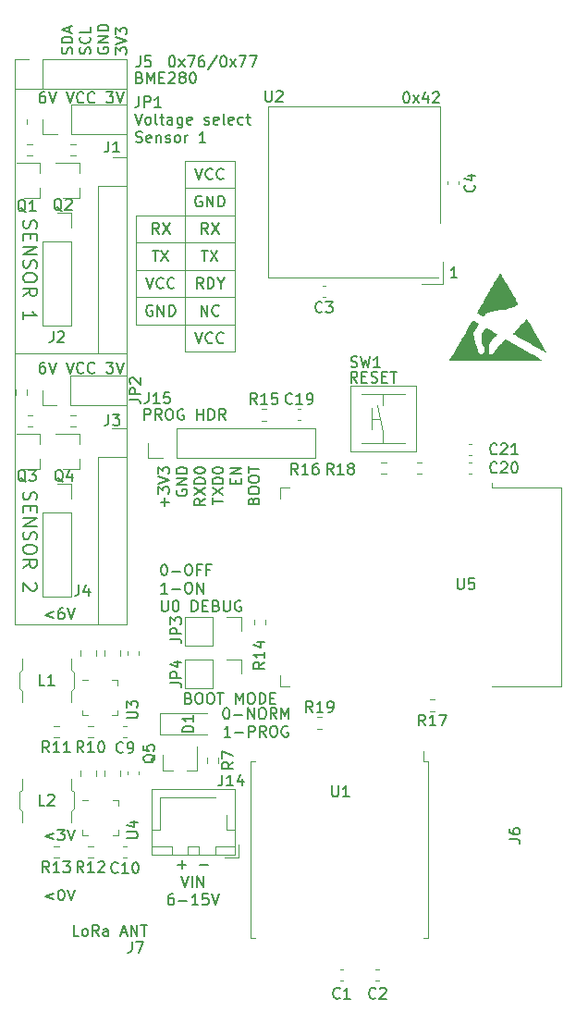
<source format=gbr>
%TF.GenerationSoftware,KiCad,Pcbnew,(5.1.10)-1*%
%TF.CreationDate,2021-05-28T10:13:55+00:00*%
%TF.ProjectId,co2_sensor_node,636f325f-7365-46e7-936f-725f6e6f6465,rev?*%
%TF.SameCoordinates,Original*%
%TF.FileFunction,Legend,Top*%
%TF.FilePolarity,Positive*%
%FSLAX46Y46*%
G04 Gerber Fmt 4.6, Leading zero omitted, Abs format (unit mm)*
G04 Created by KiCad (PCBNEW (5.1.10)-1) date 2021-05-28 10:13:55*
%MOMM*%
%LPD*%
G01*
G04 APERTURE LIST*
%ADD10C,0.120000*%
%ADD11C,0.150000*%
%ADD12C,0.010000*%
G04 APERTURE END LIST*
D10*
X123850000Y-55130000D02*
X121260000Y-55140000D01*
D11*
X157095238Y-55452380D02*
X157190476Y-55452380D01*
X157285714Y-55500000D01*
X157333333Y-55547619D01*
X157380952Y-55642857D01*
X157428571Y-55833333D01*
X157428571Y-56071428D01*
X157380952Y-56261904D01*
X157333333Y-56357142D01*
X157285714Y-56404761D01*
X157190476Y-56452380D01*
X157095238Y-56452380D01*
X157000000Y-56404761D01*
X156952380Y-56357142D01*
X156904761Y-56261904D01*
X156857142Y-56071428D01*
X156857142Y-55833333D01*
X156904761Y-55642857D01*
X156952380Y-55547619D01*
X157000000Y-55500000D01*
X157095238Y-55452380D01*
X157761904Y-56452380D02*
X158285714Y-55785714D01*
X157761904Y-55785714D02*
X158285714Y-56452380D01*
X159095238Y-55785714D02*
X159095238Y-56452380D01*
X158857142Y-55404761D02*
X158619047Y-56119047D01*
X159238095Y-56119047D01*
X159571428Y-55547619D02*
X159619047Y-55500000D01*
X159714285Y-55452380D01*
X159952380Y-55452380D01*
X160047619Y-55500000D01*
X160095238Y-55547619D01*
X160142857Y-55642857D01*
X160142857Y-55738095D01*
X160095238Y-55880952D01*
X159523809Y-56452380D01*
X160142857Y-56452380D01*
X135638095Y-52152380D02*
X135733333Y-52152380D01*
X135828571Y-52200000D01*
X135876190Y-52247619D01*
X135923809Y-52342857D01*
X135971428Y-52533333D01*
X135971428Y-52771428D01*
X135923809Y-52961904D01*
X135876190Y-53057142D01*
X135828571Y-53104761D01*
X135733333Y-53152380D01*
X135638095Y-53152380D01*
X135542857Y-53104761D01*
X135495238Y-53057142D01*
X135447619Y-52961904D01*
X135400000Y-52771428D01*
X135400000Y-52533333D01*
X135447619Y-52342857D01*
X135495238Y-52247619D01*
X135542857Y-52200000D01*
X135638095Y-52152380D01*
X136304761Y-53152380D02*
X136828571Y-52485714D01*
X136304761Y-52485714D02*
X136828571Y-53152380D01*
X137114285Y-52152380D02*
X137780952Y-52152380D01*
X137352380Y-53152380D01*
X138590476Y-52152380D02*
X138400000Y-52152380D01*
X138304761Y-52200000D01*
X138257142Y-52247619D01*
X138161904Y-52390476D01*
X138114285Y-52580952D01*
X138114285Y-52961904D01*
X138161904Y-53057142D01*
X138209523Y-53104761D01*
X138304761Y-53152380D01*
X138495238Y-53152380D01*
X138590476Y-53104761D01*
X138638095Y-53057142D01*
X138685714Y-52961904D01*
X138685714Y-52723809D01*
X138638095Y-52628571D01*
X138590476Y-52580952D01*
X138495238Y-52533333D01*
X138304761Y-52533333D01*
X138209523Y-52580952D01*
X138161904Y-52628571D01*
X138114285Y-52723809D01*
X139828571Y-52104761D02*
X138971428Y-53390476D01*
X140352380Y-52152380D02*
X140447619Y-52152380D01*
X140542857Y-52200000D01*
X140590476Y-52247619D01*
X140638095Y-52342857D01*
X140685714Y-52533333D01*
X140685714Y-52771428D01*
X140638095Y-52961904D01*
X140590476Y-53057142D01*
X140542857Y-53104761D01*
X140447619Y-53152380D01*
X140352380Y-53152380D01*
X140257142Y-53104761D01*
X140209523Y-53057142D01*
X140161904Y-52961904D01*
X140114285Y-52771428D01*
X140114285Y-52533333D01*
X140161904Y-52342857D01*
X140209523Y-52247619D01*
X140257142Y-52200000D01*
X140352380Y-52152380D01*
X141019047Y-53152380D02*
X141542857Y-52485714D01*
X141019047Y-52485714D02*
X141542857Y-53152380D01*
X141828571Y-52152380D02*
X142495238Y-52152380D01*
X142066666Y-53152380D01*
X142780952Y-52152380D02*
X143447619Y-52152380D01*
X143019047Y-53152380D01*
X161785714Y-72452380D02*
X161214285Y-72452380D01*
X161500000Y-72452380D02*
X161500000Y-71452380D01*
X161404761Y-71595238D01*
X161309523Y-71690476D01*
X161214285Y-71738095D01*
D10*
X160500000Y-73000000D02*
X160500000Y-71000000D01*
X158500000Y-73000000D02*
X160500000Y-73000000D01*
D11*
X152647619Y-82052380D02*
X152314285Y-81576190D01*
X152076190Y-82052380D02*
X152076190Y-81052380D01*
X152457142Y-81052380D01*
X152552380Y-81100000D01*
X152600000Y-81147619D01*
X152647619Y-81242857D01*
X152647619Y-81385714D01*
X152600000Y-81480952D01*
X152552380Y-81528571D01*
X152457142Y-81576190D01*
X152076190Y-81576190D01*
X153076190Y-81528571D02*
X153409523Y-81528571D01*
X153552380Y-82052380D02*
X153076190Y-82052380D01*
X153076190Y-81052380D01*
X153552380Y-81052380D01*
X153933333Y-82004761D02*
X154076190Y-82052380D01*
X154314285Y-82052380D01*
X154409523Y-82004761D01*
X154457142Y-81957142D01*
X154504761Y-81861904D01*
X154504761Y-81766666D01*
X154457142Y-81671428D01*
X154409523Y-81623809D01*
X154314285Y-81576190D01*
X154123809Y-81528571D01*
X154028571Y-81480952D01*
X153980952Y-81433333D01*
X153933333Y-81338095D01*
X153933333Y-81242857D01*
X153980952Y-81147619D01*
X154028571Y-81100000D01*
X154123809Y-81052380D01*
X154361904Y-81052380D01*
X154504761Y-81100000D01*
X154933333Y-81528571D02*
X155266666Y-81528571D01*
X155409523Y-82052380D02*
X154933333Y-82052380D01*
X154933333Y-81052380D01*
X155409523Y-81052380D01*
X155695238Y-81052380D02*
X156266666Y-81052380D01*
X155980952Y-82052380D02*
X155980952Y-81052380D01*
X134926071Y-98702380D02*
X135021309Y-98702380D01*
X135116547Y-98750000D01*
X135164166Y-98797619D01*
X135211785Y-98892857D01*
X135259404Y-99083333D01*
X135259404Y-99321428D01*
X135211785Y-99511904D01*
X135164166Y-99607142D01*
X135116547Y-99654761D01*
X135021309Y-99702380D01*
X134926071Y-99702380D01*
X134830833Y-99654761D01*
X134783214Y-99607142D01*
X134735595Y-99511904D01*
X134687976Y-99321428D01*
X134687976Y-99083333D01*
X134735595Y-98892857D01*
X134783214Y-98797619D01*
X134830833Y-98750000D01*
X134926071Y-98702380D01*
X135687976Y-99321428D02*
X136449880Y-99321428D01*
X137116547Y-98702380D02*
X137307023Y-98702380D01*
X137402261Y-98750000D01*
X137497500Y-98845238D01*
X137545119Y-99035714D01*
X137545119Y-99369047D01*
X137497500Y-99559523D01*
X137402261Y-99654761D01*
X137307023Y-99702380D01*
X137116547Y-99702380D01*
X137021309Y-99654761D01*
X136926071Y-99559523D01*
X136878452Y-99369047D01*
X136878452Y-99035714D01*
X136926071Y-98845238D01*
X137021309Y-98750000D01*
X137116547Y-98702380D01*
X138307023Y-99178571D02*
X137973690Y-99178571D01*
X137973690Y-99702380D02*
X137973690Y-98702380D01*
X138449880Y-98702380D01*
X139164166Y-99178571D02*
X138830833Y-99178571D01*
X138830833Y-99702380D02*
X138830833Y-98702380D01*
X139307023Y-98702380D01*
X135259404Y-101352380D02*
X134687976Y-101352380D01*
X134973690Y-101352380D02*
X134973690Y-100352380D01*
X134878452Y-100495238D01*
X134783214Y-100590476D01*
X134687976Y-100638095D01*
X135687976Y-100971428D02*
X136449880Y-100971428D01*
X137116547Y-100352380D02*
X137307023Y-100352380D01*
X137402261Y-100400000D01*
X137497500Y-100495238D01*
X137545119Y-100685714D01*
X137545119Y-101019047D01*
X137497500Y-101209523D01*
X137402261Y-101304761D01*
X137307023Y-101352380D01*
X137116547Y-101352380D01*
X137021309Y-101304761D01*
X136926071Y-101209523D01*
X136878452Y-101019047D01*
X136878452Y-100685714D01*
X136926071Y-100495238D01*
X137021309Y-100400000D01*
X137116547Y-100352380D01*
X137973690Y-101352380D02*
X137973690Y-100352380D01*
X138545119Y-101352380D01*
X138545119Y-100352380D01*
X134735595Y-102002380D02*
X134735595Y-102811904D01*
X134783214Y-102907142D01*
X134830833Y-102954761D01*
X134926071Y-103002380D01*
X135116547Y-103002380D01*
X135211785Y-102954761D01*
X135259404Y-102907142D01*
X135307023Y-102811904D01*
X135307023Y-102002380D01*
X135973690Y-102002380D02*
X136068928Y-102002380D01*
X136164166Y-102050000D01*
X136211785Y-102097619D01*
X136259404Y-102192857D01*
X136307023Y-102383333D01*
X136307023Y-102621428D01*
X136259404Y-102811904D01*
X136211785Y-102907142D01*
X136164166Y-102954761D01*
X136068928Y-103002380D01*
X135973690Y-103002380D01*
X135878452Y-102954761D01*
X135830833Y-102907142D01*
X135783214Y-102811904D01*
X135735595Y-102621428D01*
X135735595Y-102383333D01*
X135783214Y-102192857D01*
X135830833Y-102097619D01*
X135878452Y-102050000D01*
X135973690Y-102002380D01*
X137497500Y-103002380D02*
X137497500Y-102002380D01*
X137735595Y-102002380D01*
X137878452Y-102050000D01*
X137973690Y-102145238D01*
X138021309Y-102240476D01*
X138068928Y-102430952D01*
X138068928Y-102573809D01*
X138021309Y-102764285D01*
X137973690Y-102859523D01*
X137878452Y-102954761D01*
X137735595Y-103002380D01*
X137497500Y-103002380D01*
X138497500Y-102478571D02*
X138830833Y-102478571D01*
X138973690Y-103002380D02*
X138497500Y-103002380D01*
X138497500Y-102002380D01*
X138973690Y-102002380D01*
X139735595Y-102478571D02*
X139878452Y-102526190D01*
X139926071Y-102573809D01*
X139973690Y-102669047D01*
X139973690Y-102811904D01*
X139926071Y-102907142D01*
X139878452Y-102954761D01*
X139783214Y-103002380D01*
X139402261Y-103002380D01*
X139402261Y-102002380D01*
X139735595Y-102002380D01*
X139830833Y-102050000D01*
X139878452Y-102097619D01*
X139926071Y-102192857D01*
X139926071Y-102288095D01*
X139878452Y-102383333D01*
X139830833Y-102430952D01*
X139735595Y-102478571D01*
X139402261Y-102478571D01*
X140402261Y-102002380D02*
X140402261Y-102811904D01*
X140449880Y-102907142D01*
X140497500Y-102954761D01*
X140592738Y-103002380D01*
X140783214Y-103002380D01*
X140878452Y-102954761D01*
X140926071Y-102907142D01*
X140973690Y-102811904D01*
X140973690Y-102002380D01*
X141973690Y-102050000D02*
X141878452Y-102002380D01*
X141735595Y-102002380D01*
X141592738Y-102050000D01*
X141497500Y-102145238D01*
X141449880Y-102240476D01*
X141402261Y-102430952D01*
X141402261Y-102573809D01*
X141449880Y-102764285D01*
X141497500Y-102859523D01*
X141592738Y-102954761D01*
X141735595Y-103002380D01*
X141830833Y-103002380D01*
X141973690Y-102954761D01*
X142021309Y-102907142D01*
X142021309Y-102573809D01*
X141830833Y-102573809D01*
X140614285Y-111827380D02*
X140709523Y-111827380D01*
X140804761Y-111875000D01*
X140852380Y-111922619D01*
X140900000Y-112017857D01*
X140947619Y-112208333D01*
X140947619Y-112446428D01*
X140900000Y-112636904D01*
X140852380Y-112732142D01*
X140804761Y-112779761D01*
X140709523Y-112827380D01*
X140614285Y-112827380D01*
X140519047Y-112779761D01*
X140471428Y-112732142D01*
X140423809Y-112636904D01*
X140376190Y-112446428D01*
X140376190Y-112208333D01*
X140423809Y-112017857D01*
X140471428Y-111922619D01*
X140519047Y-111875000D01*
X140614285Y-111827380D01*
X141376190Y-112446428D02*
X142138095Y-112446428D01*
X142614285Y-112827380D02*
X142614285Y-111827380D01*
X143185714Y-112827380D01*
X143185714Y-111827380D01*
X143852380Y-111827380D02*
X144042857Y-111827380D01*
X144138095Y-111875000D01*
X144233333Y-111970238D01*
X144280952Y-112160714D01*
X144280952Y-112494047D01*
X144233333Y-112684523D01*
X144138095Y-112779761D01*
X144042857Y-112827380D01*
X143852380Y-112827380D01*
X143757142Y-112779761D01*
X143661904Y-112684523D01*
X143614285Y-112494047D01*
X143614285Y-112160714D01*
X143661904Y-111970238D01*
X143757142Y-111875000D01*
X143852380Y-111827380D01*
X145280952Y-112827380D02*
X144947619Y-112351190D01*
X144709523Y-112827380D02*
X144709523Y-111827380D01*
X145090476Y-111827380D01*
X145185714Y-111875000D01*
X145233333Y-111922619D01*
X145280952Y-112017857D01*
X145280952Y-112160714D01*
X145233333Y-112255952D01*
X145185714Y-112303571D01*
X145090476Y-112351190D01*
X144709523Y-112351190D01*
X145709523Y-112827380D02*
X145709523Y-111827380D01*
X146042857Y-112541666D01*
X146376190Y-111827380D01*
X146376190Y-112827380D01*
X141042857Y-114477380D02*
X140471428Y-114477380D01*
X140757142Y-114477380D02*
X140757142Y-113477380D01*
X140661904Y-113620238D01*
X140566666Y-113715476D01*
X140471428Y-113763095D01*
X141471428Y-114096428D02*
X142233333Y-114096428D01*
X142709523Y-114477380D02*
X142709523Y-113477380D01*
X143090476Y-113477380D01*
X143185714Y-113525000D01*
X143233333Y-113572619D01*
X143280952Y-113667857D01*
X143280952Y-113810714D01*
X143233333Y-113905952D01*
X143185714Y-113953571D01*
X143090476Y-114001190D01*
X142709523Y-114001190D01*
X144280952Y-114477380D02*
X143947619Y-114001190D01*
X143709523Y-114477380D02*
X143709523Y-113477380D01*
X144090476Y-113477380D01*
X144185714Y-113525000D01*
X144233333Y-113572619D01*
X144280952Y-113667857D01*
X144280952Y-113810714D01*
X144233333Y-113905952D01*
X144185714Y-113953571D01*
X144090476Y-114001190D01*
X143709523Y-114001190D01*
X144900000Y-113477380D02*
X145090476Y-113477380D01*
X145185714Y-113525000D01*
X145280952Y-113620238D01*
X145328571Y-113810714D01*
X145328571Y-114144047D01*
X145280952Y-114334523D01*
X145185714Y-114429761D01*
X145090476Y-114477380D01*
X144900000Y-114477380D01*
X144804761Y-114429761D01*
X144709523Y-114334523D01*
X144661904Y-114144047D01*
X144661904Y-113810714D01*
X144709523Y-113620238D01*
X144804761Y-113525000D01*
X144900000Y-113477380D01*
X146280952Y-113525000D02*
X146185714Y-113477380D01*
X146042857Y-113477380D01*
X145900000Y-113525000D01*
X145804761Y-113620238D01*
X145757142Y-113715476D01*
X145709523Y-113905952D01*
X145709523Y-114048809D01*
X145757142Y-114239285D01*
X145804761Y-114334523D01*
X145900000Y-114429761D01*
X146042857Y-114477380D01*
X146138095Y-114477380D01*
X146280952Y-114429761D01*
X146328571Y-114382142D01*
X146328571Y-114048809D01*
X146138095Y-114048809D01*
X137214285Y-110928571D02*
X137357142Y-110976190D01*
X137404761Y-111023809D01*
X137452380Y-111119047D01*
X137452380Y-111261904D01*
X137404761Y-111357142D01*
X137357142Y-111404761D01*
X137261904Y-111452380D01*
X136880952Y-111452380D01*
X136880952Y-110452380D01*
X137214285Y-110452380D01*
X137309523Y-110500000D01*
X137357142Y-110547619D01*
X137404761Y-110642857D01*
X137404761Y-110738095D01*
X137357142Y-110833333D01*
X137309523Y-110880952D01*
X137214285Y-110928571D01*
X136880952Y-110928571D01*
X138071428Y-110452380D02*
X138261904Y-110452380D01*
X138357142Y-110500000D01*
X138452380Y-110595238D01*
X138500000Y-110785714D01*
X138500000Y-111119047D01*
X138452380Y-111309523D01*
X138357142Y-111404761D01*
X138261904Y-111452380D01*
X138071428Y-111452380D01*
X137976190Y-111404761D01*
X137880952Y-111309523D01*
X137833333Y-111119047D01*
X137833333Y-110785714D01*
X137880952Y-110595238D01*
X137976190Y-110500000D01*
X138071428Y-110452380D01*
X139119047Y-110452380D02*
X139309523Y-110452380D01*
X139404761Y-110500000D01*
X139500000Y-110595238D01*
X139547619Y-110785714D01*
X139547619Y-111119047D01*
X139500000Y-111309523D01*
X139404761Y-111404761D01*
X139309523Y-111452380D01*
X139119047Y-111452380D01*
X139023809Y-111404761D01*
X138928571Y-111309523D01*
X138880952Y-111119047D01*
X138880952Y-110785714D01*
X138928571Y-110595238D01*
X139023809Y-110500000D01*
X139119047Y-110452380D01*
X139833333Y-110452380D02*
X140404761Y-110452380D01*
X140119047Y-111452380D02*
X140119047Y-110452380D01*
X141500000Y-111452380D02*
X141500000Y-110452380D01*
X141833333Y-111166666D01*
X142166666Y-110452380D01*
X142166666Y-111452380D01*
X142833333Y-110452380D02*
X143023809Y-110452380D01*
X143119047Y-110500000D01*
X143214285Y-110595238D01*
X143261904Y-110785714D01*
X143261904Y-111119047D01*
X143214285Y-111309523D01*
X143119047Y-111404761D01*
X143023809Y-111452380D01*
X142833333Y-111452380D01*
X142738095Y-111404761D01*
X142642857Y-111309523D01*
X142595238Y-111119047D01*
X142595238Y-110785714D01*
X142642857Y-110595238D01*
X142738095Y-110500000D01*
X142833333Y-110452380D01*
X143690476Y-111452380D02*
X143690476Y-110452380D01*
X143928571Y-110452380D01*
X144071428Y-110500000D01*
X144166666Y-110595238D01*
X144214285Y-110690476D01*
X144261904Y-110880952D01*
X144261904Y-111023809D01*
X144214285Y-111214285D01*
X144166666Y-111309523D01*
X144071428Y-111404761D01*
X143928571Y-111452380D01*
X143690476Y-111452380D01*
X144690476Y-110928571D02*
X145023809Y-110928571D01*
X145166666Y-111452380D02*
X144690476Y-111452380D01*
X144690476Y-110452380D01*
X145166666Y-110452380D01*
X124826190Y-128785714D02*
X124064285Y-129071428D01*
X124826190Y-129357142D01*
X125492857Y-128452380D02*
X125588095Y-128452380D01*
X125683333Y-128500000D01*
X125730952Y-128547619D01*
X125778571Y-128642857D01*
X125826190Y-128833333D01*
X125826190Y-129071428D01*
X125778571Y-129261904D01*
X125730952Y-129357142D01*
X125683333Y-129404761D01*
X125588095Y-129452380D01*
X125492857Y-129452380D01*
X125397619Y-129404761D01*
X125350000Y-129357142D01*
X125302380Y-129261904D01*
X125254761Y-129071428D01*
X125254761Y-128833333D01*
X125302380Y-128642857D01*
X125350000Y-128547619D01*
X125397619Y-128500000D01*
X125492857Y-128452380D01*
X126111904Y-128452380D02*
X126445238Y-129452380D01*
X126778571Y-128452380D01*
X124826190Y-123285714D02*
X124064285Y-123571428D01*
X124826190Y-123857142D01*
X125207142Y-122952380D02*
X125826190Y-122952380D01*
X125492857Y-123333333D01*
X125635714Y-123333333D01*
X125730952Y-123380952D01*
X125778571Y-123428571D01*
X125826190Y-123523809D01*
X125826190Y-123761904D01*
X125778571Y-123857142D01*
X125730952Y-123904761D01*
X125635714Y-123952380D01*
X125350000Y-123952380D01*
X125254761Y-123904761D01*
X125207142Y-123857142D01*
X126111904Y-122952380D02*
X126445238Y-123952380D01*
X126778571Y-122952380D01*
X124826190Y-103035714D02*
X124064285Y-103321428D01*
X124826190Y-103607142D01*
X125730952Y-102702380D02*
X125540476Y-102702380D01*
X125445238Y-102750000D01*
X125397619Y-102797619D01*
X125302380Y-102940476D01*
X125254761Y-103130952D01*
X125254761Y-103511904D01*
X125302380Y-103607142D01*
X125350000Y-103654761D01*
X125445238Y-103702380D01*
X125635714Y-103702380D01*
X125730952Y-103654761D01*
X125778571Y-103607142D01*
X125826190Y-103511904D01*
X125826190Y-103273809D01*
X125778571Y-103178571D01*
X125730952Y-103130952D01*
X125635714Y-103083333D01*
X125445238Y-103083333D01*
X125350000Y-103130952D01*
X125302380Y-103178571D01*
X125254761Y-103273809D01*
X126111904Y-102702380D02*
X126445238Y-103702380D01*
X126778571Y-102702380D01*
X127169166Y-132702380D02*
X126692976Y-132702380D01*
X126692976Y-131702380D01*
X127645357Y-132702380D02*
X127550119Y-132654761D01*
X127502500Y-132607142D01*
X127454880Y-132511904D01*
X127454880Y-132226190D01*
X127502500Y-132130952D01*
X127550119Y-132083333D01*
X127645357Y-132035714D01*
X127788214Y-132035714D01*
X127883452Y-132083333D01*
X127931071Y-132130952D01*
X127978690Y-132226190D01*
X127978690Y-132511904D01*
X127931071Y-132607142D01*
X127883452Y-132654761D01*
X127788214Y-132702380D01*
X127645357Y-132702380D01*
X128978690Y-132702380D02*
X128645357Y-132226190D01*
X128407261Y-132702380D02*
X128407261Y-131702380D01*
X128788214Y-131702380D01*
X128883452Y-131750000D01*
X128931071Y-131797619D01*
X128978690Y-131892857D01*
X128978690Y-132035714D01*
X128931071Y-132130952D01*
X128883452Y-132178571D01*
X128788214Y-132226190D01*
X128407261Y-132226190D01*
X129835833Y-132702380D02*
X129835833Y-132178571D01*
X129788214Y-132083333D01*
X129692976Y-132035714D01*
X129502500Y-132035714D01*
X129407261Y-132083333D01*
X129835833Y-132654761D02*
X129740595Y-132702380D01*
X129502500Y-132702380D01*
X129407261Y-132654761D01*
X129359642Y-132559523D01*
X129359642Y-132464285D01*
X129407261Y-132369047D01*
X129502500Y-132321428D01*
X129740595Y-132321428D01*
X129835833Y-132273809D01*
X131026309Y-132416666D02*
X131502500Y-132416666D01*
X130931071Y-132702380D02*
X131264404Y-131702380D01*
X131597738Y-132702380D01*
X131931071Y-132702380D02*
X131931071Y-131702380D01*
X132502500Y-132702380D01*
X132502500Y-131702380D01*
X132835833Y-131702380D02*
X133407261Y-131702380D01*
X133121547Y-132702380D02*
X133121547Y-131702380D01*
X136219047Y-126171428D02*
X136980952Y-126171428D01*
X136600000Y-126552380D02*
X136600000Y-125790476D01*
X138219047Y-126171428D02*
X138980952Y-126171428D01*
X136504761Y-127202380D02*
X136838095Y-128202380D01*
X137171428Y-127202380D01*
X137504761Y-128202380D02*
X137504761Y-127202380D01*
X137980952Y-128202380D02*
X137980952Y-127202380D01*
X138552380Y-128202380D01*
X138552380Y-127202380D01*
X135790476Y-128852380D02*
X135600000Y-128852380D01*
X135504761Y-128900000D01*
X135457142Y-128947619D01*
X135361904Y-129090476D01*
X135314285Y-129280952D01*
X135314285Y-129661904D01*
X135361904Y-129757142D01*
X135409523Y-129804761D01*
X135504761Y-129852380D01*
X135695238Y-129852380D01*
X135790476Y-129804761D01*
X135838095Y-129757142D01*
X135885714Y-129661904D01*
X135885714Y-129423809D01*
X135838095Y-129328571D01*
X135790476Y-129280952D01*
X135695238Y-129233333D01*
X135504761Y-129233333D01*
X135409523Y-129280952D01*
X135361904Y-129328571D01*
X135314285Y-129423809D01*
X136314285Y-129471428D02*
X137076190Y-129471428D01*
X138076190Y-129852380D02*
X137504761Y-129852380D01*
X137790476Y-129852380D02*
X137790476Y-128852380D01*
X137695238Y-128995238D01*
X137600000Y-129090476D01*
X137504761Y-129138095D01*
X138980952Y-128852380D02*
X138504761Y-128852380D01*
X138457142Y-129328571D01*
X138504761Y-129280952D01*
X138600000Y-129233333D01*
X138838095Y-129233333D01*
X138933333Y-129280952D01*
X138980952Y-129328571D01*
X139028571Y-129423809D01*
X139028571Y-129661904D01*
X138980952Y-129757142D01*
X138933333Y-129804761D01*
X138838095Y-129852380D01*
X138600000Y-129852380D01*
X138504761Y-129804761D01*
X138457142Y-129757142D01*
X139314285Y-128852380D02*
X139647619Y-129852380D01*
X139980952Y-128852380D01*
D10*
X121250000Y-78600000D02*
X121250000Y-104150000D01*
X128900000Y-104150000D02*
X123850000Y-104150000D01*
X121250000Y-104150000D02*
X123850000Y-104150000D01*
X131552000Y-79358000D02*
X131530000Y-88858000D01*
D11*
X122094047Y-92076190D02*
X122034523Y-92254761D01*
X122034523Y-92552380D01*
X122094047Y-92671428D01*
X122153571Y-92730952D01*
X122272619Y-92790476D01*
X122391666Y-92790476D01*
X122510714Y-92730952D01*
X122570238Y-92671428D01*
X122629761Y-92552380D01*
X122689285Y-92314285D01*
X122748809Y-92195238D01*
X122808333Y-92135714D01*
X122927380Y-92076190D01*
X123046428Y-92076190D01*
X123165476Y-92135714D01*
X123225000Y-92195238D01*
X123284523Y-92314285D01*
X123284523Y-92611904D01*
X123225000Y-92790476D01*
X122689285Y-93326190D02*
X122689285Y-93742857D01*
X122034523Y-93921428D02*
X122034523Y-93326190D01*
X123284523Y-93326190D01*
X123284523Y-93921428D01*
X122034523Y-94457142D02*
X123284523Y-94457142D01*
X122034523Y-95171428D01*
X123284523Y-95171428D01*
X122094047Y-95707142D02*
X122034523Y-95885714D01*
X122034523Y-96183333D01*
X122094047Y-96302380D01*
X122153571Y-96361904D01*
X122272619Y-96421428D01*
X122391666Y-96421428D01*
X122510714Y-96361904D01*
X122570238Y-96302380D01*
X122629761Y-96183333D01*
X122689285Y-95945238D01*
X122748809Y-95826190D01*
X122808333Y-95766666D01*
X122927380Y-95707142D01*
X123046428Y-95707142D01*
X123165476Y-95766666D01*
X123225000Y-95826190D01*
X123284523Y-95945238D01*
X123284523Y-96242857D01*
X123225000Y-96421428D01*
X123284523Y-97195238D02*
X123284523Y-97433333D01*
X123225000Y-97552380D01*
X123105952Y-97671428D01*
X122867857Y-97730952D01*
X122451190Y-97730952D01*
X122213095Y-97671428D01*
X122094047Y-97552380D01*
X122034523Y-97433333D01*
X122034523Y-97195238D01*
X122094047Y-97076190D01*
X122213095Y-96957142D01*
X122451190Y-96897619D01*
X122867857Y-96897619D01*
X123105952Y-96957142D01*
X123225000Y-97076190D01*
X123284523Y-97195238D01*
X122034523Y-98980952D02*
X122629761Y-98564285D01*
X122034523Y-98266666D02*
X123284523Y-98266666D01*
X123284523Y-98742857D01*
X123225000Y-98861904D01*
X123165476Y-98921428D01*
X123046428Y-98980952D01*
X122867857Y-98980952D01*
X122748809Y-98921428D01*
X122689285Y-98861904D01*
X122629761Y-98742857D01*
X122629761Y-98266666D01*
X123165476Y-100409523D02*
X123225000Y-100469047D01*
X123284523Y-100588095D01*
X123284523Y-100885714D01*
X123225000Y-101004761D01*
X123165476Y-101064285D01*
X123046428Y-101123809D01*
X122927380Y-101123809D01*
X122748809Y-101064285D01*
X122034523Y-100350000D01*
X122034523Y-101123809D01*
X122094047Y-67226190D02*
X122034523Y-67404761D01*
X122034523Y-67702380D01*
X122094047Y-67821428D01*
X122153571Y-67880952D01*
X122272619Y-67940476D01*
X122391666Y-67940476D01*
X122510714Y-67880952D01*
X122570238Y-67821428D01*
X122629761Y-67702380D01*
X122689285Y-67464285D01*
X122748809Y-67345238D01*
X122808333Y-67285714D01*
X122927380Y-67226190D01*
X123046428Y-67226190D01*
X123165476Y-67285714D01*
X123225000Y-67345238D01*
X123284523Y-67464285D01*
X123284523Y-67761904D01*
X123225000Y-67940476D01*
X122689285Y-68476190D02*
X122689285Y-68892857D01*
X122034523Y-69071428D02*
X122034523Y-68476190D01*
X123284523Y-68476190D01*
X123284523Y-69071428D01*
X122034523Y-69607142D02*
X123284523Y-69607142D01*
X122034523Y-70321428D01*
X123284523Y-70321428D01*
X122094047Y-70857142D02*
X122034523Y-71035714D01*
X122034523Y-71333333D01*
X122094047Y-71452380D01*
X122153571Y-71511904D01*
X122272619Y-71571428D01*
X122391666Y-71571428D01*
X122510714Y-71511904D01*
X122570238Y-71452380D01*
X122629761Y-71333333D01*
X122689285Y-71095238D01*
X122748809Y-70976190D01*
X122808333Y-70916666D01*
X122927380Y-70857142D01*
X123046428Y-70857142D01*
X123165476Y-70916666D01*
X123225000Y-70976190D01*
X123284523Y-71095238D01*
X123284523Y-71392857D01*
X123225000Y-71571428D01*
X123284523Y-72345238D02*
X123284523Y-72583333D01*
X123225000Y-72702380D01*
X123105952Y-72821428D01*
X122867857Y-72880952D01*
X122451190Y-72880952D01*
X122213095Y-72821428D01*
X122094047Y-72702380D01*
X122034523Y-72583333D01*
X122034523Y-72345238D01*
X122094047Y-72226190D01*
X122213095Y-72107142D01*
X122451190Y-72047619D01*
X122867857Y-72047619D01*
X123105952Y-72107142D01*
X123225000Y-72226190D01*
X123284523Y-72345238D01*
X122034523Y-74130952D02*
X122629761Y-73714285D01*
X122034523Y-73416666D02*
X123284523Y-73416666D01*
X123284523Y-73892857D01*
X123225000Y-74011904D01*
X123165476Y-74071428D01*
X123046428Y-74130952D01*
X122867857Y-74130952D01*
X122748809Y-74071428D01*
X122689285Y-74011904D01*
X122629761Y-73892857D01*
X122629761Y-73416666D01*
X122034523Y-76273809D02*
X122034523Y-75559523D01*
X122034523Y-75916666D02*
X123284523Y-75916666D01*
X123105952Y-75797619D01*
X122986904Y-75678571D01*
X122927380Y-75559523D01*
D10*
X131550000Y-55100000D02*
X131550000Y-64050000D01*
X121250000Y-79350000D02*
X123850000Y-79350000D01*
X121250000Y-53800000D02*
X121250000Y-79350000D01*
X128900000Y-79350000D02*
X123850000Y-79350000D01*
D11*
X137816666Y-62452380D02*
X138150000Y-63452380D01*
X138483333Y-62452380D01*
X139388095Y-63357142D02*
X139340476Y-63404761D01*
X139197619Y-63452380D01*
X139102380Y-63452380D01*
X138959523Y-63404761D01*
X138864285Y-63309523D01*
X138816666Y-63214285D01*
X138769047Y-63023809D01*
X138769047Y-62880952D01*
X138816666Y-62690476D01*
X138864285Y-62595238D01*
X138959523Y-62500000D01*
X139102380Y-62452380D01*
X139197619Y-62452380D01*
X139340476Y-62500000D01*
X139388095Y-62547619D01*
X140388095Y-63357142D02*
X140340476Y-63404761D01*
X140197619Y-63452380D01*
X140102380Y-63452380D01*
X139959523Y-63404761D01*
X139864285Y-63309523D01*
X139816666Y-63214285D01*
X139769047Y-63023809D01*
X139769047Y-62880952D01*
X139816666Y-62690476D01*
X139864285Y-62595238D01*
X139959523Y-62500000D01*
X140102380Y-62452380D01*
X140197619Y-62452380D01*
X140340476Y-62500000D01*
X140388095Y-62547619D01*
X138388095Y-65000000D02*
X138292857Y-64952380D01*
X138150000Y-64952380D01*
X138007142Y-65000000D01*
X137911904Y-65095238D01*
X137864285Y-65190476D01*
X137816666Y-65380952D01*
X137816666Y-65523809D01*
X137864285Y-65714285D01*
X137911904Y-65809523D01*
X138007142Y-65904761D01*
X138150000Y-65952380D01*
X138245238Y-65952380D01*
X138388095Y-65904761D01*
X138435714Y-65857142D01*
X138435714Y-65523809D01*
X138245238Y-65523809D01*
X138864285Y-65952380D02*
X138864285Y-64952380D01*
X139435714Y-65952380D01*
X139435714Y-64952380D01*
X139911904Y-65952380D02*
X139911904Y-64952380D01*
X140150000Y-64952380D01*
X140292857Y-65000000D01*
X140388095Y-65095238D01*
X140435714Y-65190476D01*
X140483333Y-65380952D01*
X140483333Y-65523809D01*
X140435714Y-65714285D01*
X140388095Y-65809523D01*
X140292857Y-65904761D01*
X140150000Y-65952380D01*
X139911904Y-65952380D01*
X137816666Y-77452380D02*
X138150000Y-78452380D01*
X138483333Y-77452380D01*
X139388095Y-78357142D02*
X139340476Y-78404761D01*
X139197619Y-78452380D01*
X139102380Y-78452380D01*
X138959523Y-78404761D01*
X138864285Y-78309523D01*
X138816666Y-78214285D01*
X138769047Y-78023809D01*
X138769047Y-77880952D01*
X138816666Y-77690476D01*
X138864285Y-77595238D01*
X138959523Y-77500000D01*
X139102380Y-77452380D01*
X139197619Y-77452380D01*
X139340476Y-77500000D01*
X139388095Y-77547619D01*
X140388095Y-78357142D02*
X140340476Y-78404761D01*
X140197619Y-78452380D01*
X140102380Y-78452380D01*
X139959523Y-78404761D01*
X139864285Y-78309523D01*
X139816666Y-78214285D01*
X139769047Y-78023809D01*
X139769047Y-77880952D01*
X139816666Y-77690476D01*
X139864285Y-77595238D01*
X139959523Y-77500000D01*
X140102380Y-77452380D01*
X140197619Y-77452380D01*
X140340476Y-77500000D01*
X140388095Y-77547619D01*
D10*
X141400000Y-61750000D02*
X136900000Y-61750000D01*
X141400000Y-64250000D02*
X136900000Y-64250000D01*
X141400000Y-79250000D02*
X136900000Y-79250000D01*
D11*
X138388095Y-69952380D02*
X138959523Y-69952380D01*
X138673809Y-70952380D02*
X138673809Y-69952380D01*
X139197619Y-69952380D02*
X139864285Y-70952380D01*
X139864285Y-69952380D02*
X139197619Y-70952380D01*
X138983333Y-68452380D02*
X138650000Y-67976190D01*
X138411904Y-68452380D02*
X138411904Y-67452380D01*
X138792857Y-67452380D01*
X138888095Y-67500000D01*
X138935714Y-67547619D01*
X138983333Y-67642857D01*
X138983333Y-67785714D01*
X138935714Y-67880952D01*
X138888095Y-67928571D01*
X138792857Y-67976190D01*
X138411904Y-67976190D01*
X139316666Y-67452380D02*
X139983333Y-68452380D01*
X139983333Y-67452380D02*
X139316666Y-68452380D01*
X138530952Y-73452380D02*
X138197619Y-72976190D01*
X137959523Y-73452380D02*
X137959523Y-72452380D01*
X138340476Y-72452380D01*
X138435714Y-72500000D01*
X138483333Y-72547619D01*
X138530952Y-72642857D01*
X138530952Y-72785714D01*
X138483333Y-72880952D01*
X138435714Y-72928571D01*
X138340476Y-72976190D01*
X137959523Y-72976190D01*
X138959523Y-73452380D02*
X138959523Y-72452380D01*
X139197619Y-72452380D01*
X139340476Y-72500000D01*
X139435714Y-72595238D01*
X139483333Y-72690476D01*
X139530952Y-72880952D01*
X139530952Y-73023809D01*
X139483333Y-73214285D01*
X139435714Y-73309523D01*
X139340476Y-73404761D01*
X139197619Y-73452380D01*
X138959523Y-73452380D01*
X140150000Y-72976190D02*
X140150000Y-73452380D01*
X139816666Y-72452380D02*
X140150000Y-72976190D01*
X140483333Y-72452380D01*
X138364285Y-75952380D02*
X138364285Y-74952380D01*
X138935714Y-75952380D01*
X138935714Y-74952380D01*
X139983333Y-75857142D02*
X139935714Y-75904761D01*
X139792857Y-75952380D01*
X139697619Y-75952380D01*
X139554761Y-75904761D01*
X139459523Y-75809523D01*
X139411904Y-75714285D01*
X139364285Y-75523809D01*
X139364285Y-75380952D01*
X139411904Y-75190476D01*
X139459523Y-75095238D01*
X139554761Y-75000000D01*
X139697619Y-74952380D01*
X139792857Y-74952380D01*
X139935714Y-75000000D01*
X139983333Y-75047619D01*
D10*
X141400000Y-76750000D02*
X136900000Y-76750000D01*
X136900000Y-71750000D02*
X141400000Y-71750000D01*
X136900000Y-79250000D02*
X136900000Y-61750000D01*
X141400000Y-61750000D02*
X141400000Y-79250000D01*
X141400000Y-69250000D02*
X136900000Y-69250000D01*
X136900000Y-66750000D02*
X141400000Y-66750000D01*
X141400000Y-74250000D02*
X136900000Y-74250000D01*
D11*
X133888095Y-75000000D02*
X133792857Y-74952380D01*
X133650000Y-74952380D01*
X133507142Y-75000000D01*
X133411904Y-75095238D01*
X133364285Y-75190476D01*
X133316666Y-75380952D01*
X133316666Y-75523809D01*
X133364285Y-75714285D01*
X133411904Y-75809523D01*
X133507142Y-75904761D01*
X133650000Y-75952380D01*
X133745238Y-75952380D01*
X133888095Y-75904761D01*
X133935714Y-75857142D01*
X133935714Y-75523809D01*
X133745238Y-75523809D01*
X134364285Y-75952380D02*
X134364285Y-74952380D01*
X134935714Y-75952380D01*
X134935714Y-74952380D01*
X135411904Y-75952380D02*
X135411904Y-74952380D01*
X135650000Y-74952380D01*
X135792857Y-75000000D01*
X135888095Y-75095238D01*
X135935714Y-75190476D01*
X135983333Y-75380952D01*
X135983333Y-75523809D01*
X135935714Y-75714285D01*
X135888095Y-75809523D01*
X135792857Y-75904761D01*
X135650000Y-75952380D01*
X135411904Y-75952380D01*
X133316666Y-72452380D02*
X133650000Y-73452380D01*
X133983333Y-72452380D01*
X134888095Y-73357142D02*
X134840476Y-73404761D01*
X134697619Y-73452380D01*
X134602380Y-73452380D01*
X134459523Y-73404761D01*
X134364285Y-73309523D01*
X134316666Y-73214285D01*
X134269047Y-73023809D01*
X134269047Y-72880952D01*
X134316666Y-72690476D01*
X134364285Y-72595238D01*
X134459523Y-72500000D01*
X134602380Y-72452380D01*
X134697619Y-72452380D01*
X134840476Y-72500000D01*
X134888095Y-72547619D01*
X135888095Y-73357142D02*
X135840476Y-73404761D01*
X135697619Y-73452380D01*
X135602380Y-73452380D01*
X135459523Y-73404761D01*
X135364285Y-73309523D01*
X135316666Y-73214285D01*
X135269047Y-73023809D01*
X135269047Y-72880952D01*
X135316666Y-72690476D01*
X135364285Y-72595238D01*
X135459523Y-72500000D01*
X135602380Y-72452380D01*
X135697619Y-72452380D01*
X135840476Y-72500000D01*
X135888095Y-72547619D01*
X133888095Y-69952380D02*
X134459523Y-69952380D01*
X134173809Y-70952380D02*
X134173809Y-69952380D01*
X134697619Y-69952380D02*
X135364285Y-70952380D01*
X135364285Y-69952380D02*
X134697619Y-70952380D01*
X134483333Y-68452380D02*
X134150000Y-67976190D01*
X133911904Y-68452380D02*
X133911904Y-67452380D01*
X134292857Y-67452380D01*
X134388095Y-67500000D01*
X134435714Y-67547619D01*
X134483333Y-67642857D01*
X134483333Y-67785714D01*
X134435714Y-67880952D01*
X134388095Y-67928571D01*
X134292857Y-67976190D01*
X133911904Y-67976190D01*
X134816666Y-67452380D02*
X135483333Y-68452380D01*
X135483333Y-67452380D02*
X134816666Y-68452380D01*
D10*
X136900000Y-69250000D02*
X132400000Y-69250000D01*
X132400000Y-71750000D02*
X136900000Y-71750000D01*
X136900000Y-74250000D02*
X132400000Y-74250000D01*
X132400000Y-76750000D02*
X132400000Y-66750000D01*
X136900000Y-76750000D02*
X132400000Y-76750000D01*
X132400000Y-66750000D02*
X136900000Y-66750000D01*
D11*
X132292738Y-57427380D02*
X132626071Y-58427380D01*
X132959404Y-57427380D01*
X133435595Y-58427380D02*
X133340357Y-58379761D01*
X133292738Y-58332142D01*
X133245119Y-58236904D01*
X133245119Y-57951190D01*
X133292738Y-57855952D01*
X133340357Y-57808333D01*
X133435595Y-57760714D01*
X133578452Y-57760714D01*
X133673690Y-57808333D01*
X133721309Y-57855952D01*
X133768928Y-57951190D01*
X133768928Y-58236904D01*
X133721309Y-58332142D01*
X133673690Y-58379761D01*
X133578452Y-58427380D01*
X133435595Y-58427380D01*
X134340357Y-58427380D02*
X134245119Y-58379761D01*
X134197500Y-58284523D01*
X134197500Y-57427380D01*
X134578452Y-57760714D02*
X134959404Y-57760714D01*
X134721309Y-57427380D02*
X134721309Y-58284523D01*
X134768928Y-58379761D01*
X134864166Y-58427380D01*
X134959404Y-58427380D01*
X135721309Y-58427380D02*
X135721309Y-57903571D01*
X135673690Y-57808333D01*
X135578452Y-57760714D01*
X135387976Y-57760714D01*
X135292738Y-57808333D01*
X135721309Y-58379761D02*
X135626071Y-58427380D01*
X135387976Y-58427380D01*
X135292738Y-58379761D01*
X135245119Y-58284523D01*
X135245119Y-58189285D01*
X135292738Y-58094047D01*
X135387976Y-58046428D01*
X135626071Y-58046428D01*
X135721309Y-57998809D01*
X136626071Y-57760714D02*
X136626071Y-58570238D01*
X136578452Y-58665476D01*
X136530833Y-58713095D01*
X136435595Y-58760714D01*
X136292738Y-58760714D01*
X136197500Y-58713095D01*
X136626071Y-58379761D02*
X136530833Y-58427380D01*
X136340357Y-58427380D01*
X136245119Y-58379761D01*
X136197500Y-58332142D01*
X136149880Y-58236904D01*
X136149880Y-57951190D01*
X136197500Y-57855952D01*
X136245119Y-57808333D01*
X136340357Y-57760714D01*
X136530833Y-57760714D01*
X136626071Y-57808333D01*
X137483214Y-58379761D02*
X137387976Y-58427380D01*
X137197500Y-58427380D01*
X137102261Y-58379761D01*
X137054642Y-58284523D01*
X137054642Y-57903571D01*
X137102261Y-57808333D01*
X137197500Y-57760714D01*
X137387976Y-57760714D01*
X137483214Y-57808333D01*
X137530833Y-57903571D01*
X137530833Y-57998809D01*
X137054642Y-58094047D01*
X138673690Y-58379761D02*
X138768928Y-58427380D01*
X138959404Y-58427380D01*
X139054642Y-58379761D01*
X139102261Y-58284523D01*
X139102261Y-58236904D01*
X139054642Y-58141666D01*
X138959404Y-58094047D01*
X138816547Y-58094047D01*
X138721309Y-58046428D01*
X138673690Y-57951190D01*
X138673690Y-57903571D01*
X138721309Y-57808333D01*
X138816547Y-57760714D01*
X138959404Y-57760714D01*
X139054642Y-57808333D01*
X139911785Y-58379761D02*
X139816547Y-58427380D01*
X139626071Y-58427380D01*
X139530833Y-58379761D01*
X139483214Y-58284523D01*
X139483214Y-57903571D01*
X139530833Y-57808333D01*
X139626071Y-57760714D01*
X139816547Y-57760714D01*
X139911785Y-57808333D01*
X139959404Y-57903571D01*
X139959404Y-57998809D01*
X139483214Y-58094047D01*
X140530833Y-58427380D02*
X140435595Y-58379761D01*
X140387976Y-58284523D01*
X140387976Y-57427380D01*
X141292738Y-58379761D02*
X141197500Y-58427380D01*
X141007023Y-58427380D01*
X140911785Y-58379761D01*
X140864166Y-58284523D01*
X140864166Y-57903571D01*
X140911785Y-57808333D01*
X141007023Y-57760714D01*
X141197500Y-57760714D01*
X141292738Y-57808333D01*
X141340357Y-57903571D01*
X141340357Y-57998809D01*
X140864166Y-58094047D01*
X142197500Y-58379761D02*
X142102261Y-58427380D01*
X141911785Y-58427380D01*
X141816547Y-58379761D01*
X141768928Y-58332142D01*
X141721309Y-58236904D01*
X141721309Y-57951190D01*
X141768928Y-57855952D01*
X141816547Y-57808333D01*
X141911785Y-57760714D01*
X142102261Y-57760714D01*
X142197500Y-57808333D01*
X142483214Y-57760714D02*
X142864166Y-57760714D01*
X142626071Y-57427380D02*
X142626071Y-58284523D01*
X142673690Y-58379761D01*
X142768928Y-58427380D01*
X142864166Y-58427380D01*
X132387976Y-60029761D02*
X132530833Y-60077380D01*
X132768928Y-60077380D01*
X132864166Y-60029761D01*
X132911785Y-59982142D01*
X132959404Y-59886904D01*
X132959404Y-59791666D01*
X132911785Y-59696428D01*
X132864166Y-59648809D01*
X132768928Y-59601190D01*
X132578452Y-59553571D01*
X132483214Y-59505952D01*
X132435595Y-59458333D01*
X132387976Y-59363095D01*
X132387976Y-59267857D01*
X132435595Y-59172619D01*
X132483214Y-59125000D01*
X132578452Y-59077380D01*
X132816547Y-59077380D01*
X132959404Y-59125000D01*
X133768928Y-60029761D02*
X133673690Y-60077380D01*
X133483214Y-60077380D01*
X133387976Y-60029761D01*
X133340357Y-59934523D01*
X133340357Y-59553571D01*
X133387976Y-59458333D01*
X133483214Y-59410714D01*
X133673690Y-59410714D01*
X133768928Y-59458333D01*
X133816547Y-59553571D01*
X133816547Y-59648809D01*
X133340357Y-59744047D01*
X134245119Y-59410714D02*
X134245119Y-60077380D01*
X134245119Y-59505952D02*
X134292738Y-59458333D01*
X134387976Y-59410714D01*
X134530833Y-59410714D01*
X134626071Y-59458333D01*
X134673690Y-59553571D01*
X134673690Y-60077380D01*
X135102261Y-60029761D02*
X135197500Y-60077380D01*
X135387976Y-60077380D01*
X135483214Y-60029761D01*
X135530833Y-59934523D01*
X135530833Y-59886904D01*
X135483214Y-59791666D01*
X135387976Y-59744047D01*
X135245119Y-59744047D01*
X135149880Y-59696428D01*
X135102261Y-59601190D01*
X135102261Y-59553571D01*
X135149880Y-59458333D01*
X135245119Y-59410714D01*
X135387976Y-59410714D01*
X135483214Y-59458333D01*
X136102261Y-60077380D02*
X136007023Y-60029761D01*
X135959404Y-59982142D01*
X135911785Y-59886904D01*
X135911785Y-59601190D01*
X135959404Y-59505952D01*
X136007023Y-59458333D01*
X136102261Y-59410714D01*
X136245119Y-59410714D01*
X136340357Y-59458333D01*
X136387976Y-59505952D01*
X136435595Y-59601190D01*
X136435595Y-59886904D01*
X136387976Y-59982142D01*
X136340357Y-60029761D01*
X136245119Y-60077380D01*
X136102261Y-60077380D01*
X136864166Y-60077380D02*
X136864166Y-59410714D01*
X136864166Y-59601190D02*
X136911785Y-59505952D01*
X136959404Y-59458333D01*
X137054642Y-59410714D01*
X137149880Y-59410714D01*
X138768928Y-60077380D02*
X138197500Y-60077380D01*
X138483214Y-60077380D02*
X138483214Y-59077380D01*
X138387976Y-59220238D01*
X138292738Y-59315476D01*
X138197500Y-59363095D01*
X132719047Y-54128571D02*
X132861904Y-54176190D01*
X132909523Y-54223809D01*
X132957142Y-54319047D01*
X132957142Y-54461904D01*
X132909523Y-54557142D01*
X132861904Y-54604761D01*
X132766666Y-54652380D01*
X132385714Y-54652380D01*
X132385714Y-53652380D01*
X132719047Y-53652380D01*
X132814285Y-53700000D01*
X132861904Y-53747619D01*
X132909523Y-53842857D01*
X132909523Y-53938095D01*
X132861904Y-54033333D01*
X132814285Y-54080952D01*
X132719047Y-54128571D01*
X132385714Y-54128571D01*
X133385714Y-54652380D02*
X133385714Y-53652380D01*
X133719047Y-54366666D01*
X134052380Y-53652380D01*
X134052380Y-54652380D01*
X134528571Y-54128571D02*
X134861904Y-54128571D01*
X135004761Y-54652380D02*
X134528571Y-54652380D01*
X134528571Y-53652380D01*
X135004761Y-53652380D01*
X135385714Y-53747619D02*
X135433333Y-53700000D01*
X135528571Y-53652380D01*
X135766666Y-53652380D01*
X135861904Y-53700000D01*
X135909523Y-53747619D01*
X135957142Y-53842857D01*
X135957142Y-53938095D01*
X135909523Y-54080952D01*
X135338095Y-54652380D01*
X135957142Y-54652380D01*
X136528571Y-54080952D02*
X136433333Y-54033333D01*
X136385714Y-53985714D01*
X136338095Y-53890476D01*
X136338095Y-53842857D01*
X136385714Y-53747619D01*
X136433333Y-53700000D01*
X136528571Y-53652380D01*
X136719047Y-53652380D01*
X136814285Y-53700000D01*
X136861904Y-53747619D01*
X136909523Y-53842857D01*
X136909523Y-53890476D01*
X136861904Y-53985714D01*
X136814285Y-54033333D01*
X136719047Y-54080952D01*
X136528571Y-54080952D01*
X136433333Y-54128571D01*
X136385714Y-54176190D01*
X136338095Y-54271428D01*
X136338095Y-54461904D01*
X136385714Y-54557142D01*
X136433333Y-54604761D01*
X136528571Y-54652380D01*
X136719047Y-54652380D01*
X136814285Y-54604761D01*
X136861904Y-54557142D01*
X136909523Y-54461904D01*
X136909523Y-54271428D01*
X136861904Y-54176190D01*
X136814285Y-54128571D01*
X136719047Y-54080952D01*
X137528571Y-53652380D02*
X137623809Y-53652380D01*
X137719047Y-53700000D01*
X137766666Y-53747619D01*
X137814285Y-53842857D01*
X137861904Y-54033333D01*
X137861904Y-54271428D01*
X137814285Y-54461904D01*
X137766666Y-54557142D01*
X137719047Y-54604761D01*
X137623809Y-54652380D01*
X137528571Y-54652380D01*
X137433333Y-54604761D01*
X137385714Y-54557142D01*
X137338095Y-54461904D01*
X137290476Y-54271428D01*
X137290476Y-54033333D01*
X137338095Y-53842857D01*
X137385714Y-53747619D01*
X137433333Y-53700000D01*
X137528571Y-53652380D01*
X126529761Y-51962023D02*
X126577380Y-51819166D01*
X126577380Y-51581071D01*
X126529761Y-51485833D01*
X126482142Y-51438214D01*
X126386904Y-51390595D01*
X126291666Y-51390595D01*
X126196428Y-51438214D01*
X126148809Y-51485833D01*
X126101190Y-51581071D01*
X126053571Y-51771547D01*
X126005952Y-51866785D01*
X125958333Y-51914404D01*
X125863095Y-51962023D01*
X125767857Y-51962023D01*
X125672619Y-51914404D01*
X125625000Y-51866785D01*
X125577380Y-51771547D01*
X125577380Y-51533452D01*
X125625000Y-51390595D01*
X126577380Y-50962023D02*
X125577380Y-50962023D01*
X125577380Y-50723928D01*
X125625000Y-50581071D01*
X125720238Y-50485833D01*
X125815476Y-50438214D01*
X126005952Y-50390595D01*
X126148809Y-50390595D01*
X126339285Y-50438214D01*
X126434523Y-50485833D01*
X126529761Y-50581071D01*
X126577380Y-50723928D01*
X126577380Y-50962023D01*
X126291666Y-50009642D02*
X126291666Y-49533452D01*
X126577380Y-50104880D02*
X125577380Y-49771547D01*
X126577380Y-49438214D01*
X128179761Y-51962023D02*
X128227380Y-51819166D01*
X128227380Y-51581071D01*
X128179761Y-51485833D01*
X128132142Y-51438214D01*
X128036904Y-51390595D01*
X127941666Y-51390595D01*
X127846428Y-51438214D01*
X127798809Y-51485833D01*
X127751190Y-51581071D01*
X127703571Y-51771547D01*
X127655952Y-51866785D01*
X127608333Y-51914404D01*
X127513095Y-51962023D01*
X127417857Y-51962023D01*
X127322619Y-51914404D01*
X127275000Y-51866785D01*
X127227380Y-51771547D01*
X127227380Y-51533452D01*
X127275000Y-51390595D01*
X128132142Y-50390595D02*
X128179761Y-50438214D01*
X128227380Y-50581071D01*
X128227380Y-50676309D01*
X128179761Y-50819166D01*
X128084523Y-50914404D01*
X127989285Y-50962023D01*
X127798809Y-51009642D01*
X127655952Y-51009642D01*
X127465476Y-50962023D01*
X127370238Y-50914404D01*
X127275000Y-50819166D01*
X127227380Y-50676309D01*
X127227380Y-50581071D01*
X127275000Y-50438214D01*
X127322619Y-50390595D01*
X128227380Y-49485833D02*
X128227380Y-49962023D01*
X127227380Y-49962023D01*
X128925000Y-51390595D02*
X128877380Y-51485833D01*
X128877380Y-51628690D01*
X128925000Y-51771547D01*
X129020238Y-51866785D01*
X129115476Y-51914404D01*
X129305952Y-51962023D01*
X129448809Y-51962023D01*
X129639285Y-51914404D01*
X129734523Y-51866785D01*
X129829761Y-51771547D01*
X129877380Y-51628690D01*
X129877380Y-51533452D01*
X129829761Y-51390595D01*
X129782142Y-51342976D01*
X129448809Y-51342976D01*
X129448809Y-51533452D01*
X129877380Y-50914404D02*
X128877380Y-50914404D01*
X129877380Y-50342976D01*
X128877380Y-50342976D01*
X129877380Y-49866785D02*
X128877380Y-49866785D01*
X128877380Y-49628690D01*
X128925000Y-49485833D01*
X129020238Y-49390595D01*
X129115476Y-49342976D01*
X129305952Y-49295357D01*
X129448809Y-49295357D01*
X129639285Y-49342976D01*
X129734523Y-49390595D01*
X129829761Y-49485833D01*
X129877380Y-49628690D01*
X129877380Y-49866785D01*
X130527380Y-52009642D02*
X130527380Y-51390595D01*
X130908333Y-51723928D01*
X130908333Y-51581071D01*
X130955952Y-51485833D01*
X131003571Y-51438214D01*
X131098809Y-51390595D01*
X131336904Y-51390595D01*
X131432142Y-51438214D01*
X131479761Y-51485833D01*
X131527380Y-51581071D01*
X131527380Y-51866785D01*
X131479761Y-51962023D01*
X131432142Y-52009642D01*
X130527380Y-51104880D02*
X131527380Y-50771547D01*
X130527380Y-50438214D01*
X130527380Y-50200119D02*
X130527380Y-49581071D01*
X130908333Y-49914404D01*
X130908333Y-49771547D01*
X130955952Y-49676309D01*
X131003571Y-49628690D01*
X131098809Y-49581071D01*
X131336904Y-49581071D01*
X131432142Y-49628690D01*
X131479761Y-49676309D01*
X131527380Y-49771547D01*
X131527380Y-50057261D01*
X131479761Y-50152500D01*
X131432142Y-50200119D01*
X124016666Y-55452380D02*
X123826190Y-55452380D01*
X123730952Y-55500000D01*
X123683333Y-55547619D01*
X123588095Y-55690476D01*
X123540476Y-55880952D01*
X123540476Y-56261904D01*
X123588095Y-56357142D01*
X123635714Y-56404761D01*
X123730952Y-56452380D01*
X123921428Y-56452380D01*
X124016666Y-56404761D01*
X124064285Y-56357142D01*
X124111904Y-56261904D01*
X124111904Y-56023809D01*
X124064285Y-55928571D01*
X124016666Y-55880952D01*
X123921428Y-55833333D01*
X123730952Y-55833333D01*
X123635714Y-55880952D01*
X123588095Y-55928571D01*
X123540476Y-56023809D01*
X124397619Y-55452380D02*
X124730952Y-56452380D01*
X125064285Y-55452380D01*
X126016666Y-55452380D02*
X126350000Y-56452380D01*
X126683333Y-55452380D01*
X127588095Y-56357142D02*
X127540476Y-56404761D01*
X127397619Y-56452380D01*
X127302380Y-56452380D01*
X127159523Y-56404761D01*
X127064285Y-56309523D01*
X127016666Y-56214285D01*
X126969047Y-56023809D01*
X126969047Y-55880952D01*
X127016666Y-55690476D01*
X127064285Y-55595238D01*
X127159523Y-55500000D01*
X127302380Y-55452380D01*
X127397619Y-55452380D01*
X127540476Y-55500000D01*
X127588095Y-55547619D01*
X128588095Y-56357142D02*
X128540476Y-56404761D01*
X128397619Y-56452380D01*
X128302380Y-56452380D01*
X128159523Y-56404761D01*
X128064285Y-56309523D01*
X128016666Y-56214285D01*
X127969047Y-56023809D01*
X127969047Y-55880952D01*
X128016666Y-55690476D01*
X128064285Y-55595238D01*
X128159523Y-55500000D01*
X128302380Y-55452380D01*
X128397619Y-55452380D01*
X128540476Y-55500000D01*
X128588095Y-55547619D01*
X129683333Y-55452380D02*
X130302380Y-55452380D01*
X129969047Y-55833333D01*
X130111904Y-55833333D01*
X130207142Y-55880952D01*
X130254761Y-55928571D01*
X130302380Y-56023809D01*
X130302380Y-56261904D01*
X130254761Y-56357142D01*
X130207142Y-56404761D01*
X130111904Y-56452380D01*
X129826190Y-56452380D01*
X129730952Y-56404761D01*
X129683333Y-56357142D01*
X130588095Y-55452380D02*
X130921428Y-56452380D01*
X131254761Y-55452380D01*
X124016666Y-80202380D02*
X123826190Y-80202380D01*
X123730952Y-80250000D01*
X123683333Y-80297619D01*
X123588095Y-80440476D01*
X123540476Y-80630952D01*
X123540476Y-81011904D01*
X123588095Y-81107142D01*
X123635714Y-81154761D01*
X123730952Y-81202380D01*
X123921428Y-81202380D01*
X124016666Y-81154761D01*
X124064285Y-81107142D01*
X124111904Y-81011904D01*
X124111904Y-80773809D01*
X124064285Y-80678571D01*
X124016666Y-80630952D01*
X123921428Y-80583333D01*
X123730952Y-80583333D01*
X123635714Y-80630952D01*
X123588095Y-80678571D01*
X123540476Y-80773809D01*
X124397619Y-80202380D02*
X124730952Y-81202380D01*
X125064285Y-80202380D01*
X126016666Y-80202380D02*
X126350000Y-81202380D01*
X126683333Y-80202380D01*
X127588095Y-81107142D02*
X127540476Y-81154761D01*
X127397619Y-81202380D01*
X127302380Y-81202380D01*
X127159523Y-81154761D01*
X127064285Y-81059523D01*
X127016666Y-80964285D01*
X126969047Y-80773809D01*
X126969047Y-80630952D01*
X127016666Y-80440476D01*
X127064285Y-80345238D01*
X127159523Y-80250000D01*
X127302380Y-80202380D01*
X127397619Y-80202380D01*
X127540476Y-80250000D01*
X127588095Y-80297619D01*
X128588095Y-81107142D02*
X128540476Y-81154761D01*
X128397619Y-81202380D01*
X128302380Y-81202380D01*
X128159523Y-81154761D01*
X128064285Y-81059523D01*
X128016666Y-80964285D01*
X127969047Y-80773809D01*
X127969047Y-80630952D01*
X128016666Y-80440476D01*
X128064285Y-80345238D01*
X128159523Y-80250000D01*
X128302380Y-80202380D01*
X128397619Y-80202380D01*
X128540476Y-80250000D01*
X128588095Y-80297619D01*
X129683333Y-80202380D02*
X130302380Y-80202380D01*
X129969047Y-80583333D01*
X130111904Y-80583333D01*
X130207142Y-80630952D01*
X130254761Y-80678571D01*
X130302380Y-80773809D01*
X130302380Y-81011904D01*
X130254761Y-81107142D01*
X130207142Y-81154761D01*
X130111904Y-81202380D01*
X129826190Y-81202380D01*
X129730952Y-81154761D01*
X129683333Y-81107142D01*
X130588095Y-80202380D02*
X130921428Y-81202380D01*
X131254761Y-80202380D01*
X135046428Y-93359404D02*
X135046428Y-92597500D01*
X135427380Y-92978452D02*
X134665476Y-92978452D01*
X134427380Y-92216547D02*
X134427380Y-91597500D01*
X134808333Y-91930833D01*
X134808333Y-91787976D01*
X134855952Y-91692738D01*
X134903571Y-91645119D01*
X134998809Y-91597500D01*
X135236904Y-91597500D01*
X135332142Y-91645119D01*
X135379761Y-91692738D01*
X135427380Y-91787976D01*
X135427380Y-92073690D01*
X135379761Y-92168928D01*
X135332142Y-92216547D01*
X134427380Y-91311785D02*
X135427380Y-90978452D01*
X134427380Y-90645119D01*
X134427380Y-90407023D02*
X134427380Y-89787976D01*
X134808333Y-90121309D01*
X134808333Y-89978452D01*
X134855952Y-89883214D01*
X134903571Y-89835595D01*
X134998809Y-89787976D01*
X135236904Y-89787976D01*
X135332142Y-89835595D01*
X135379761Y-89883214D01*
X135427380Y-89978452D01*
X135427380Y-90264166D01*
X135379761Y-90359404D01*
X135332142Y-90407023D01*
X136125000Y-91883214D02*
X136077380Y-91978452D01*
X136077380Y-92121309D01*
X136125000Y-92264166D01*
X136220238Y-92359404D01*
X136315476Y-92407023D01*
X136505952Y-92454642D01*
X136648809Y-92454642D01*
X136839285Y-92407023D01*
X136934523Y-92359404D01*
X137029761Y-92264166D01*
X137077380Y-92121309D01*
X137077380Y-92026071D01*
X137029761Y-91883214D01*
X136982142Y-91835595D01*
X136648809Y-91835595D01*
X136648809Y-92026071D01*
X137077380Y-91407023D02*
X136077380Y-91407023D01*
X137077380Y-90835595D01*
X136077380Y-90835595D01*
X137077380Y-90359404D02*
X136077380Y-90359404D01*
X136077380Y-90121309D01*
X136125000Y-89978452D01*
X136220238Y-89883214D01*
X136315476Y-89835595D01*
X136505952Y-89787976D01*
X136648809Y-89787976D01*
X136839285Y-89835595D01*
X136934523Y-89883214D01*
X137029761Y-89978452D01*
X137077380Y-90121309D01*
X137077380Y-90359404D01*
X138727380Y-92692738D02*
X138251190Y-93026071D01*
X138727380Y-93264166D02*
X137727380Y-93264166D01*
X137727380Y-92883214D01*
X137775000Y-92787976D01*
X137822619Y-92740357D01*
X137917857Y-92692738D01*
X138060714Y-92692738D01*
X138155952Y-92740357D01*
X138203571Y-92787976D01*
X138251190Y-92883214D01*
X138251190Y-93264166D01*
X137727380Y-92359404D02*
X138727380Y-91692738D01*
X137727380Y-91692738D02*
X138727380Y-92359404D01*
X138727380Y-91311785D02*
X137727380Y-91311785D01*
X137727380Y-91073690D01*
X137775000Y-90930833D01*
X137870238Y-90835595D01*
X137965476Y-90787976D01*
X138155952Y-90740357D01*
X138298809Y-90740357D01*
X138489285Y-90787976D01*
X138584523Y-90835595D01*
X138679761Y-90930833D01*
X138727380Y-91073690D01*
X138727380Y-91311785D01*
X137727380Y-90121309D02*
X137727380Y-90026071D01*
X137775000Y-89930833D01*
X137822619Y-89883214D01*
X137917857Y-89835595D01*
X138108333Y-89787976D01*
X138346428Y-89787976D01*
X138536904Y-89835595D01*
X138632142Y-89883214D01*
X138679761Y-89930833D01*
X138727380Y-90026071D01*
X138727380Y-90121309D01*
X138679761Y-90216547D01*
X138632142Y-90264166D01*
X138536904Y-90311785D01*
X138346428Y-90359404D01*
X138108333Y-90359404D01*
X137917857Y-90311785D01*
X137822619Y-90264166D01*
X137775000Y-90216547D01*
X137727380Y-90121309D01*
X139377380Y-93168928D02*
X139377380Y-92597500D01*
X140377380Y-92883214D02*
X139377380Y-92883214D01*
X139377380Y-92359404D02*
X140377380Y-91692738D01*
X139377380Y-91692738D02*
X140377380Y-92359404D01*
X140377380Y-91311785D02*
X139377380Y-91311785D01*
X139377380Y-91073690D01*
X139425000Y-90930833D01*
X139520238Y-90835595D01*
X139615476Y-90787976D01*
X139805952Y-90740357D01*
X139948809Y-90740357D01*
X140139285Y-90787976D01*
X140234523Y-90835595D01*
X140329761Y-90930833D01*
X140377380Y-91073690D01*
X140377380Y-91311785D01*
X139377380Y-90121309D02*
X139377380Y-90026071D01*
X139425000Y-89930833D01*
X139472619Y-89883214D01*
X139567857Y-89835595D01*
X139758333Y-89787976D01*
X139996428Y-89787976D01*
X140186904Y-89835595D01*
X140282142Y-89883214D01*
X140329761Y-89930833D01*
X140377380Y-90026071D01*
X140377380Y-90121309D01*
X140329761Y-90216547D01*
X140282142Y-90264166D01*
X140186904Y-90311785D01*
X139996428Y-90359404D01*
X139758333Y-90359404D01*
X139567857Y-90311785D01*
X139472619Y-90264166D01*
X139425000Y-90216547D01*
X139377380Y-90121309D01*
X141503571Y-91311785D02*
X141503571Y-90978452D01*
X142027380Y-90835595D02*
X142027380Y-91311785D01*
X141027380Y-91311785D01*
X141027380Y-90835595D01*
X142027380Y-90407023D02*
X141027380Y-90407023D01*
X142027380Y-89835595D01*
X141027380Y-89835595D01*
X143153571Y-92883214D02*
X143201190Y-92740357D01*
X143248809Y-92692738D01*
X143344047Y-92645119D01*
X143486904Y-92645119D01*
X143582142Y-92692738D01*
X143629761Y-92740357D01*
X143677380Y-92835595D01*
X143677380Y-93216547D01*
X142677380Y-93216547D01*
X142677380Y-92883214D01*
X142725000Y-92787976D01*
X142772619Y-92740357D01*
X142867857Y-92692738D01*
X142963095Y-92692738D01*
X143058333Y-92740357D01*
X143105952Y-92787976D01*
X143153571Y-92883214D01*
X143153571Y-93216547D01*
X142677380Y-92026071D02*
X142677380Y-91835595D01*
X142725000Y-91740357D01*
X142820238Y-91645119D01*
X143010714Y-91597500D01*
X143344047Y-91597500D01*
X143534523Y-91645119D01*
X143629761Y-91740357D01*
X143677380Y-91835595D01*
X143677380Y-92026071D01*
X143629761Y-92121309D01*
X143534523Y-92216547D01*
X143344047Y-92264166D01*
X143010714Y-92264166D01*
X142820238Y-92216547D01*
X142725000Y-92121309D01*
X142677380Y-92026071D01*
X142677380Y-90978452D02*
X142677380Y-90787976D01*
X142725000Y-90692738D01*
X142820238Y-90597500D01*
X143010714Y-90549880D01*
X143344047Y-90549880D01*
X143534523Y-90597500D01*
X143629761Y-90692738D01*
X143677380Y-90787976D01*
X143677380Y-90978452D01*
X143629761Y-91073690D01*
X143534523Y-91168928D01*
X143344047Y-91216547D01*
X143010714Y-91216547D01*
X142820238Y-91168928D01*
X142725000Y-91073690D01*
X142677380Y-90978452D01*
X142677380Y-90264166D02*
X142677380Y-89692738D01*
X143677380Y-89978452D02*
X142677380Y-89978452D01*
D12*
%TO.C,REF\u002A\u002A*%
G36*
X165720878Y-72076166D02*
G01*
X165751876Y-72126538D01*
X165799634Y-72206341D01*
X165862194Y-72312180D01*
X165937597Y-72440659D01*
X166023885Y-72588384D01*
X166119101Y-72751958D01*
X166221285Y-72927987D01*
X166328481Y-73113075D01*
X166438729Y-73303827D01*
X166550071Y-73496847D01*
X166660550Y-73688741D01*
X166768207Y-73876111D01*
X166871084Y-74055565D01*
X166967223Y-74223705D01*
X167054665Y-74377137D01*
X167131453Y-74512465D01*
X167195628Y-74626294D01*
X167245233Y-74715229D01*
X167278309Y-74775874D01*
X167292897Y-74804833D01*
X167293431Y-74806644D01*
X167275321Y-74831217D01*
X167224980Y-74868807D01*
X167148395Y-74915722D01*
X167051552Y-74968274D01*
X166950167Y-75018213D01*
X166812215Y-75078769D01*
X166667142Y-75133179D01*
X166509950Y-75182651D01*
X166335643Y-75228395D01*
X166139222Y-75271620D01*
X165915689Y-75313534D01*
X165660048Y-75355347D01*
X165395606Y-75394284D01*
X165165852Y-75428828D01*
X164972917Y-75463026D01*
X164811964Y-75498577D01*
X164678155Y-75537182D01*
X164566650Y-75580539D01*
X164472614Y-75630348D01*
X164391206Y-75688309D01*
X164317590Y-75756120D01*
X164293851Y-75781312D01*
X164242397Y-75839958D01*
X164204334Y-75887815D01*
X164186677Y-75915958D01*
X164186206Y-75918265D01*
X164180028Y-75932416D01*
X164158590Y-75932575D01*
X164117533Y-75916861D01*
X164052501Y-75883391D01*
X163959137Y-75830281D01*
X163894252Y-75792088D01*
X163797501Y-75732385D01*
X163722312Y-75681263D01*
X163673739Y-75642399D01*
X163656835Y-75619472D01*
X163656845Y-75619305D01*
X163667328Y-75597456D01*
X163696931Y-75542739D01*
X163743938Y-75458136D01*
X163806629Y-75346629D01*
X163883286Y-75211201D01*
X163972191Y-75054833D01*
X164071626Y-74880507D01*
X164179872Y-74691206D01*
X164295211Y-74489911D01*
X164415924Y-74279605D01*
X164540294Y-74063271D01*
X164666601Y-73843889D01*
X164793127Y-73624442D01*
X164918155Y-73407912D01*
X165039965Y-73197281D01*
X165156839Y-72995532D01*
X165267060Y-72805647D01*
X165368908Y-72630606D01*
X165460665Y-72473394D01*
X165540613Y-72336991D01*
X165607034Y-72224380D01*
X165658209Y-72138543D01*
X165692420Y-72082462D01*
X165707948Y-72059119D01*
X165708598Y-72058621D01*
X165720878Y-72076166D01*
G37*
X165720878Y-72076166D02*
X165751876Y-72126538D01*
X165799634Y-72206341D01*
X165862194Y-72312180D01*
X165937597Y-72440659D01*
X166023885Y-72588384D01*
X166119101Y-72751958D01*
X166221285Y-72927987D01*
X166328481Y-73113075D01*
X166438729Y-73303827D01*
X166550071Y-73496847D01*
X166660550Y-73688741D01*
X166768207Y-73876111D01*
X166871084Y-74055565D01*
X166967223Y-74223705D01*
X167054665Y-74377137D01*
X167131453Y-74512465D01*
X167195628Y-74626294D01*
X167245233Y-74715229D01*
X167278309Y-74775874D01*
X167292897Y-74804833D01*
X167293431Y-74806644D01*
X167275321Y-74831217D01*
X167224980Y-74868807D01*
X167148395Y-74915722D01*
X167051552Y-74968274D01*
X166950167Y-75018213D01*
X166812215Y-75078769D01*
X166667142Y-75133179D01*
X166509950Y-75182651D01*
X166335643Y-75228395D01*
X166139222Y-75271620D01*
X165915689Y-75313534D01*
X165660048Y-75355347D01*
X165395606Y-75394284D01*
X165165852Y-75428828D01*
X164972917Y-75463026D01*
X164811964Y-75498577D01*
X164678155Y-75537182D01*
X164566650Y-75580539D01*
X164472614Y-75630348D01*
X164391206Y-75688309D01*
X164317590Y-75756120D01*
X164293851Y-75781312D01*
X164242397Y-75839958D01*
X164204334Y-75887815D01*
X164186677Y-75915958D01*
X164186206Y-75918265D01*
X164180028Y-75932416D01*
X164158590Y-75932575D01*
X164117533Y-75916861D01*
X164052501Y-75883391D01*
X163959137Y-75830281D01*
X163894252Y-75792088D01*
X163797501Y-75732385D01*
X163722312Y-75681263D01*
X163673739Y-75642399D01*
X163656835Y-75619472D01*
X163656845Y-75619305D01*
X163667328Y-75597456D01*
X163696931Y-75542739D01*
X163743938Y-75458136D01*
X163806629Y-75346629D01*
X163883286Y-75211201D01*
X163972191Y-75054833D01*
X164071626Y-74880507D01*
X164179872Y-74691206D01*
X164295211Y-74489911D01*
X164415924Y-74279605D01*
X164540294Y-74063271D01*
X164666601Y-73843889D01*
X164793127Y-73624442D01*
X164918155Y-73407912D01*
X165039965Y-73197281D01*
X165156839Y-72995532D01*
X165267060Y-72805647D01*
X165368908Y-72630606D01*
X165460665Y-72473394D01*
X165540613Y-72336991D01*
X165607034Y-72224380D01*
X165658209Y-72138543D01*
X165692420Y-72082462D01*
X165707948Y-72059119D01*
X165708598Y-72058621D01*
X165720878Y-72076166D01*
G36*
X168176146Y-76315908D02*
G01*
X168191469Y-76341590D01*
X168225911Y-76400469D01*
X168277769Y-76489602D01*
X168345340Y-76606049D01*
X168426921Y-76746867D01*
X168520809Y-76909114D01*
X168625299Y-77089849D01*
X168738690Y-77286130D01*
X168859278Y-77495016D01*
X168983313Y-77710017D01*
X169109987Y-77929649D01*
X169231608Y-78140495D01*
X169346412Y-78339499D01*
X169452638Y-78523607D01*
X169548523Y-78689765D01*
X169632302Y-78834917D01*
X169702214Y-78956009D01*
X169756496Y-79049988D01*
X169793385Y-79113797D01*
X169810731Y-79143719D01*
X169839007Y-79194271D01*
X169854382Y-79225914D01*
X169855224Y-79231420D01*
X169836488Y-79221082D01*
X169784386Y-79191407D01*
X169701640Y-79143968D01*
X169590975Y-79080333D01*
X169455114Y-79002074D01*
X169296781Y-78910759D01*
X169118698Y-78807960D01*
X168923590Y-78695247D01*
X168714180Y-78574189D01*
X168493191Y-78446357D01*
X168409113Y-78397702D01*
X168184170Y-78267567D01*
X167969524Y-78143497D01*
X167767932Y-78027077D01*
X167582148Y-77919893D01*
X167414928Y-77823531D01*
X167269027Y-77739578D01*
X167147201Y-77669620D01*
X167052204Y-77615243D01*
X166986792Y-77578034D01*
X166953720Y-77559578D01*
X166950262Y-77557830D01*
X166960339Y-77542005D01*
X166995407Y-77499692D01*
X167051885Y-77434790D01*
X167126193Y-77351196D01*
X167214752Y-77252809D01*
X167313980Y-77143525D01*
X167420298Y-77027244D01*
X167530125Y-76907862D01*
X167639882Y-76789277D01*
X167745988Y-76675388D01*
X167844862Y-76570092D01*
X167932926Y-76477287D01*
X168006599Y-76400870D01*
X168062300Y-76344740D01*
X168081403Y-76326335D01*
X168144708Y-76266872D01*
X168176146Y-76315908D01*
G37*
X168176146Y-76315908D02*
X168191469Y-76341590D01*
X168225911Y-76400469D01*
X168277769Y-76489602D01*
X168345340Y-76606049D01*
X168426921Y-76746867D01*
X168520809Y-76909114D01*
X168625299Y-77089849D01*
X168738690Y-77286130D01*
X168859278Y-77495016D01*
X168983313Y-77710017D01*
X169109987Y-77929649D01*
X169231608Y-78140495D01*
X169346412Y-78339499D01*
X169452638Y-78523607D01*
X169548523Y-78689765D01*
X169632302Y-78834917D01*
X169702214Y-78956009D01*
X169756496Y-79049988D01*
X169793385Y-79113797D01*
X169810731Y-79143719D01*
X169839007Y-79194271D01*
X169854382Y-79225914D01*
X169855224Y-79231420D01*
X169836488Y-79221082D01*
X169784386Y-79191407D01*
X169701640Y-79143968D01*
X169590975Y-79080333D01*
X169455114Y-79002074D01*
X169296781Y-78910759D01*
X169118698Y-78807960D01*
X168923590Y-78695247D01*
X168714180Y-78574189D01*
X168493191Y-78446357D01*
X168409113Y-78397702D01*
X168184170Y-78267567D01*
X167969524Y-78143497D01*
X167767932Y-78027077D01*
X167582148Y-77919893D01*
X167414928Y-77823531D01*
X167269027Y-77739578D01*
X167147201Y-77669620D01*
X167052204Y-77615243D01*
X166986792Y-77578034D01*
X166953720Y-77559578D01*
X166950262Y-77557830D01*
X166960339Y-77542005D01*
X166995407Y-77499692D01*
X167051885Y-77434790D01*
X167126193Y-77351196D01*
X167214752Y-77252809D01*
X167313980Y-77143525D01*
X167420298Y-77027244D01*
X167530125Y-76907862D01*
X167639882Y-76789277D01*
X167745988Y-76675388D01*
X167844862Y-76570092D01*
X167932926Y-76477287D01*
X168006599Y-76400870D01*
X168062300Y-76344740D01*
X168081403Y-76326335D01*
X168144708Y-76266872D01*
X168176146Y-76315908D01*
G36*
X163240749Y-76392036D02*
G01*
X163284544Y-76408972D01*
X163351293Y-76442601D01*
X163447137Y-76495334D01*
X163454599Y-76499525D01*
X163542871Y-76550001D01*
X163617363Y-76594223D01*
X163670760Y-76627731D01*
X163695746Y-76646064D01*
X163696445Y-76646962D01*
X163690409Y-76672414D01*
X163662723Y-76729255D01*
X163615188Y-76814389D01*
X163549611Y-76924717D01*
X163467797Y-77057144D01*
X163371548Y-77208571D01*
X163347594Y-77245707D01*
X163285183Y-77348757D01*
X163239737Y-77437432D01*
X163215246Y-77503714D01*
X163212733Y-77516807D01*
X163213848Y-77574443D01*
X163226343Y-77665865D01*
X163248660Y-77785208D01*
X163279240Y-77926609D01*
X163316528Y-78084203D01*
X163358965Y-78252126D01*
X163404994Y-78424514D01*
X163453057Y-78595501D01*
X163501597Y-78759224D01*
X163549057Y-78909818D01*
X163593878Y-79041420D01*
X163634503Y-79148163D01*
X163662823Y-79211494D01*
X163696183Y-79278957D01*
X163727682Y-79343511D01*
X163729387Y-79347045D01*
X163781498Y-79412250D01*
X163857554Y-79456156D01*
X163946092Y-79477197D01*
X164035648Y-79473807D01*
X164114758Y-79444423D01*
X164159264Y-79405736D01*
X164223356Y-79299636D01*
X164270322Y-79167405D01*
X164296090Y-79022527D01*
X164299741Y-78940394D01*
X164285039Y-78787105D01*
X164241890Y-78660166D01*
X164167972Y-78553418D01*
X164144921Y-78529657D01*
X164076325Y-78463009D01*
X164071614Y-77991916D01*
X164066903Y-77520822D01*
X164186946Y-77339106D01*
X164243277Y-77256856D01*
X164297528Y-77182865D01*
X164341959Y-77127448D01*
X164361056Y-77107056D01*
X164415124Y-77056723D01*
X164488350Y-77096158D01*
X164534633Y-77124415D01*
X164559957Y-77146354D01*
X164561576Y-77150299D01*
X164578884Y-77167023D01*
X164608497Y-77179476D01*
X164637114Y-77190700D01*
X164680934Y-77212024D01*
X164743718Y-77245529D01*
X164829228Y-77293296D01*
X164941226Y-77357407D01*
X165083473Y-77439944D01*
X165160773Y-77485065D01*
X165251702Y-77539111D01*
X165311339Y-77577604D01*
X165344961Y-77605044D01*
X165357844Y-77625934D01*
X165355265Y-77644775D01*
X165353115Y-77649152D01*
X165332197Y-77676714D01*
X165287440Y-77728416D01*
X165224057Y-77798475D01*
X165147262Y-77881107D01*
X165080844Y-77951156D01*
X164927790Y-78117414D01*
X164808056Y-78261519D01*
X164720573Y-78384921D01*
X164664274Y-78489068D01*
X164645284Y-78541954D01*
X164637440Y-78588250D01*
X164629338Y-78667221D01*
X164621691Y-78769846D01*
X164615212Y-78887103D01*
X164612163Y-78961248D01*
X164607908Y-79089427D01*
X164606036Y-79183138D01*
X164607099Y-79249583D01*
X164611646Y-79295961D01*
X164620227Y-79329474D01*
X164633394Y-79357321D01*
X164643735Y-79374324D01*
X164703456Y-79439862D01*
X164780411Y-79485532D01*
X164861380Y-79505450D01*
X164922058Y-79498244D01*
X164976999Y-79467066D01*
X165045867Y-79411230D01*
X165119005Y-79340474D01*
X165186752Y-79264537D01*
X165239450Y-79193159D01*
X165258853Y-79158668D01*
X165287919Y-79111441D01*
X165340783Y-79039506D01*
X165412616Y-78948485D01*
X165498588Y-78844000D01*
X165593868Y-78731675D01*
X165693627Y-78617130D01*
X165793034Y-78505990D01*
X165887259Y-78403875D01*
X165971473Y-78316408D01*
X166037591Y-78252198D01*
X166110999Y-78188057D01*
X166172753Y-78140763D01*
X166216066Y-78115235D01*
X166230445Y-78112429D01*
X166252479Y-78123752D01*
X166307438Y-78154144D01*
X166392152Y-78201780D01*
X166503448Y-78264835D01*
X166638156Y-78341485D01*
X166793103Y-78429905D01*
X166965119Y-78528270D01*
X167151032Y-78634756D01*
X167347670Y-78747537D01*
X167551863Y-78864789D01*
X167760439Y-78984687D01*
X167970225Y-79105407D01*
X168178052Y-79225123D01*
X168380747Y-79342011D01*
X168575140Y-79454246D01*
X168758058Y-79560004D01*
X168926330Y-79657460D01*
X169076785Y-79744788D01*
X169206251Y-79820165D01*
X169311557Y-79881765D01*
X169389532Y-79927764D01*
X169437004Y-79956337D01*
X169450763Y-79965304D01*
X169432231Y-79967076D01*
X169373933Y-79968799D01*
X169277809Y-79970464D01*
X169145799Y-79972063D01*
X168979846Y-79973587D01*
X168781889Y-79975029D01*
X168553870Y-79976380D01*
X168297729Y-79977632D01*
X168015408Y-79978776D01*
X167708847Y-79979804D01*
X167379987Y-79980708D01*
X167030769Y-79981479D01*
X166663135Y-79982109D01*
X166279024Y-79982590D01*
X165880377Y-79982914D01*
X165469137Y-79983072D01*
X165296580Y-79983087D01*
X161122586Y-79983087D01*
X161420268Y-79466954D01*
X161483286Y-79357665D01*
X161564406Y-79216940D01*
X161660916Y-79049486D01*
X161770103Y-78860012D01*
X161889255Y-78653223D01*
X162015660Y-78433828D01*
X162146605Y-78206533D01*
X162279379Y-77976046D01*
X162411269Y-77747073D01*
X162444624Y-77689163D01*
X162566247Y-77478232D01*
X162682228Y-77277535D01*
X162790825Y-77090059D01*
X162890294Y-76918792D01*
X162978892Y-76766723D01*
X163054878Y-76636838D01*
X163116507Y-76532125D01*
X163162037Y-76455573D01*
X163189725Y-76410169D01*
X163197472Y-76398609D01*
X163213772Y-76389385D01*
X163240749Y-76392036D01*
G37*
X163240749Y-76392036D02*
X163284544Y-76408972D01*
X163351293Y-76442601D01*
X163447137Y-76495334D01*
X163454599Y-76499525D01*
X163542871Y-76550001D01*
X163617363Y-76594223D01*
X163670760Y-76627731D01*
X163695746Y-76646064D01*
X163696445Y-76646962D01*
X163690409Y-76672414D01*
X163662723Y-76729255D01*
X163615188Y-76814389D01*
X163549611Y-76924717D01*
X163467797Y-77057144D01*
X163371548Y-77208571D01*
X163347594Y-77245707D01*
X163285183Y-77348757D01*
X163239737Y-77437432D01*
X163215246Y-77503714D01*
X163212733Y-77516807D01*
X163213848Y-77574443D01*
X163226343Y-77665865D01*
X163248660Y-77785208D01*
X163279240Y-77926609D01*
X163316528Y-78084203D01*
X163358965Y-78252126D01*
X163404994Y-78424514D01*
X163453057Y-78595501D01*
X163501597Y-78759224D01*
X163549057Y-78909818D01*
X163593878Y-79041420D01*
X163634503Y-79148163D01*
X163662823Y-79211494D01*
X163696183Y-79278957D01*
X163727682Y-79343511D01*
X163729387Y-79347045D01*
X163781498Y-79412250D01*
X163857554Y-79456156D01*
X163946092Y-79477197D01*
X164035648Y-79473807D01*
X164114758Y-79444423D01*
X164159264Y-79405736D01*
X164223356Y-79299636D01*
X164270322Y-79167405D01*
X164296090Y-79022527D01*
X164299741Y-78940394D01*
X164285039Y-78787105D01*
X164241890Y-78660166D01*
X164167972Y-78553418D01*
X164144921Y-78529657D01*
X164076325Y-78463009D01*
X164071614Y-77991916D01*
X164066903Y-77520822D01*
X164186946Y-77339106D01*
X164243277Y-77256856D01*
X164297528Y-77182865D01*
X164341959Y-77127448D01*
X164361056Y-77107056D01*
X164415124Y-77056723D01*
X164488350Y-77096158D01*
X164534633Y-77124415D01*
X164559957Y-77146354D01*
X164561576Y-77150299D01*
X164578884Y-77167023D01*
X164608497Y-77179476D01*
X164637114Y-77190700D01*
X164680934Y-77212024D01*
X164743718Y-77245529D01*
X164829228Y-77293296D01*
X164941226Y-77357407D01*
X165083473Y-77439944D01*
X165160773Y-77485065D01*
X165251702Y-77539111D01*
X165311339Y-77577604D01*
X165344961Y-77605044D01*
X165357844Y-77625934D01*
X165355265Y-77644775D01*
X165353115Y-77649152D01*
X165332197Y-77676714D01*
X165287440Y-77728416D01*
X165224057Y-77798475D01*
X165147262Y-77881107D01*
X165080844Y-77951156D01*
X164927790Y-78117414D01*
X164808056Y-78261519D01*
X164720573Y-78384921D01*
X164664274Y-78489068D01*
X164645284Y-78541954D01*
X164637440Y-78588250D01*
X164629338Y-78667221D01*
X164621691Y-78769846D01*
X164615212Y-78887103D01*
X164612163Y-78961248D01*
X164607908Y-79089427D01*
X164606036Y-79183138D01*
X164607099Y-79249583D01*
X164611646Y-79295961D01*
X164620227Y-79329474D01*
X164633394Y-79357321D01*
X164643735Y-79374324D01*
X164703456Y-79439862D01*
X164780411Y-79485532D01*
X164861380Y-79505450D01*
X164922058Y-79498244D01*
X164976999Y-79467066D01*
X165045867Y-79411230D01*
X165119005Y-79340474D01*
X165186752Y-79264537D01*
X165239450Y-79193159D01*
X165258853Y-79158668D01*
X165287919Y-79111441D01*
X165340783Y-79039506D01*
X165412616Y-78948485D01*
X165498588Y-78844000D01*
X165593868Y-78731675D01*
X165693627Y-78617130D01*
X165793034Y-78505990D01*
X165887259Y-78403875D01*
X165971473Y-78316408D01*
X166037591Y-78252198D01*
X166110999Y-78188057D01*
X166172753Y-78140763D01*
X166216066Y-78115235D01*
X166230445Y-78112429D01*
X166252479Y-78123752D01*
X166307438Y-78154144D01*
X166392152Y-78201780D01*
X166503448Y-78264835D01*
X166638156Y-78341485D01*
X166793103Y-78429905D01*
X166965119Y-78528270D01*
X167151032Y-78634756D01*
X167347670Y-78747537D01*
X167551863Y-78864789D01*
X167760439Y-78984687D01*
X167970225Y-79105407D01*
X168178052Y-79225123D01*
X168380747Y-79342011D01*
X168575140Y-79454246D01*
X168758058Y-79560004D01*
X168926330Y-79657460D01*
X169076785Y-79744788D01*
X169206251Y-79820165D01*
X169311557Y-79881765D01*
X169389532Y-79927764D01*
X169437004Y-79956337D01*
X169450763Y-79965304D01*
X169432231Y-79967076D01*
X169373933Y-79968799D01*
X169277809Y-79970464D01*
X169145799Y-79972063D01*
X168979846Y-79973587D01*
X168781889Y-79975029D01*
X168553870Y-79976380D01*
X168297729Y-79977632D01*
X168015408Y-79978776D01*
X167708847Y-79979804D01*
X167379987Y-79980708D01*
X167030769Y-79981479D01*
X166663135Y-79982109D01*
X166279024Y-79982590D01*
X165880377Y-79982914D01*
X165469137Y-79983072D01*
X165296580Y-79983087D01*
X161122586Y-79983087D01*
X161420268Y-79466954D01*
X161483286Y-79357665D01*
X161564406Y-79216940D01*
X161660916Y-79049486D01*
X161770103Y-78860012D01*
X161889255Y-78653223D01*
X162015660Y-78433828D01*
X162146605Y-78206533D01*
X162279379Y-77976046D01*
X162411269Y-77747073D01*
X162444624Y-77689163D01*
X162566247Y-77478232D01*
X162682228Y-77277535D01*
X162790825Y-77090059D01*
X162890294Y-76918792D01*
X162978892Y-76766723D01*
X163054878Y-76636838D01*
X163116507Y-76532125D01*
X163162037Y-76455573D01*
X163189725Y-76410169D01*
X163197472Y-76398609D01*
X163213772Y-76389385D01*
X163240749Y-76392036D01*
D10*
%TO.C,J15*%
X148830000Y-88930000D02*
X148830000Y-86270000D01*
X136070000Y-88930000D02*
X148830000Y-88930000D01*
X136070000Y-86270000D02*
X148830000Y-86270000D01*
X136070000Y-88930000D02*
X136070000Y-86270000D01*
X134800000Y-88930000D02*
X133470000Y-88930000D01*
X133470000Y-88930000D02*
X133470000Y-87600000D01*
%TO.C,SW1*%
X152050000Y-82360000D02*
X158050000Y-82360000D01*
X158050000Y-82360000D02*
X158050000Y-88360000D01*
X158050000Y-88360000D02*
X152050000Y-88360000D01*
X152050000Y-88360000D02*
X152050000Y-82360000D01*
X153000000Y-83100000D02*
X157000000Y-83100000D01*
X157000000Y-87600000D02*
X153000000Y-87600000D01*
X155000000Y-87600000D02*
X155000000Y-86600000D01*
X155000000Y-84100000D02*
X155000000Y-83100000D01*
X154750000Y-85350000D02*
X154000000Y-85350000D01*
X154000000Y-85350000D02*
X154000000Y-84850000D01*
X154000000Y-84850000D02*
X154000000Y-85850000D01*
X154000000Y-84350000D02*
X154000000Y-86350000D01*
X155000000Y-86600000D02*
X154500000Y-84100000D01*
%TO.C,U5*%
X146400000Y-91632000D02*
X145620000Y-91632000D01*
X145620000Y-91632000D02*
X145620000Y-92632000D01*
X146400000Y-109872000D02*
X145620000Y-109872000D01*
X145620000Y-109872000D02*
X145620000Y-108872000D01*
X171365000Y-91632000D02*
X171365000Y-109872000D01*
X171365000Y-109872000D02*
X164945000Y-109872000D01*
X171365000Y-91632000D02*
X164945000Y-91632000D01*
X164945000Y-91632000D02*
X164945000Y-91252000D01*
%TO.C,U4*%
X130255000Y-120270000D02*
X130730000Y-120270000D01*
X130730000Y-120270000D02*
X130730000Y-120745000D01*
X127985000Y-123490000D02*
X127510000Y-123490000D01*
X127510000Y-123490000D02*
X127510000Y-123015000D01*
X130255000Y-123490000D02*
X130730000Y-123490000D01*
X130730000Y-123490000D02*
X130730000Y-123015000D01*
X127985000Y-120270000D02*
X127510000Y-120270000D01*
%TO.C,U3*%
X130215000Y-109290000D02*
X130690000Y-109290000D01*
X130690000Y-109290000D02*
X130690000Y-109765000D01*
X127945000Y-112510000D02*
X127470000Y-112510000D01*
X127470000Y-112510000D02*
X127470000Y-112035000D01*
X130215000Y-112510000D02*
X130690000Y-112510000D01*
X130690000Y-112510000D02*
X130690000Y-112035000D01*
X127945000Y-109290000D02*
X127470000Y-109290000D01*
%TO.C,U2*%
X160204000Y-67398000D02*
X160204000Y-56738000D01*
X160204000Y-56738000D02*
X144484000Y-56738000D01*
X144484000Y-72458000D02*
X144484000Y-56738000D01*
X160094000Y-72458000D02*
X144484000Y-72458000D01*
%TO.C,U1*%
X158750000Y-116700000D02*
X158750000Y-115800000D01*
X159100000Y-116700000D02*
X158750000Y-116700000D01*
X142900000Y-132900000D02*
X143300000Y-132900000D01*
X142900000Y-116700000D02*
X142900000Y-132900000D01*
X143300000Y-116700000D02*
X142900000Y-116700000D01*
X159100000Y-132900000D02*
X158700000Y-132900000D01*
X159100000Y-116700000D02*
X159100000Y-132900000D01*
%TO.C,R19*%
X148962742Y-112677500D02*
X149437258Y-112677500D01*
X148962742Y-113722500D02*
X149437258Y-113722500D01*
%TO.C,R18*%
X158562258Y-90422500D02*
X158087742Y-90422500D01*
X158562258Y-89377500D02*
X158087742Y-89377500D01*
%TO.C,R17*%
X159287742Y-111077500D02*
X159762258Y-111077500D01*
X159287742Y-112122500D02*
X159762258Y-112122500D01*
%TO.C,R16*%
X154837742Y-89377500D02*
X155312258Y-89377500D01*
X154837742Y-90422500D02*
X155312258Y-90422500D01*
%TO.C,R15*%
X143862742Y-84477500D02*
X144337258Y-84477500D01*
X143862742Y-85522500D02*
X144337258Y-85522500D01*
%TO.C,R14*%
X144222500Y-103737742D02*
X144222500Y-104212258D01*
X143177500Y-103737742D02*
X143177500Y-104212258D01*
%TO.C,R13*%
X125312258Y-125522500D02*
X124837742Y-125522500D01*
X125312258Y-124477500D02*
X124837742Y-124477500D01*
%TO.C,R12*%
X128462258Y-125522500D02*
X127987742Y-125522500D01*
X128462258Y-124477500D02*
X127987742Y-124477500D01*
%TO.C,R11*%
X125312258Y-114522500D02*
X124837742Y-114522500D01*
X125312258Y-113477500D02*
X124837742Y-113477500D01*
%TO.C,R10*%
X128462258Y-114522500D02*
X127987742Y-114522500D01*
X128462258Y-113477500D02*
X127987742Y-113477500D01*
%TO.C,R7*%
X139922500Y-116387742D02*
X139922500Y-116862258D01*
X138877500Y-116387742D02*
X138877500Y-116862258D01*
%TO.C,R6*%
X126856258Y-86078500D02*
X126381742Y-86078500D01*
X126856258Y-85033500D02*
X126381742Y-85033500D01*
%TO.C,R5*%
X122443742Y-85033500D02*
X122918258Y-85033500D01*
X122443742Y-86078500D02*
X122918258Y-86078500D01*
%TO.C,R4*%
X122378500Y-82715742D02*
X122378500Y-83190258D01*
X121333500Y-82715742D02*
X121333500Y-83190258D01*
%TO.C,R3*%
X126840258Y-61278500D02*
X126365742Y-61278500D01*
X126840258Y-60233500D02*
X126365742Y-60233500D01*
%TO.C,R2*%
X122427742Y-60233500D02*
X122902258Y-60233500D01*
X122427742Y-61278500D02*
X122902258Y-61278500D01*
%TO.C,R1*%
X122362500Y-57915742D02*
X122362500Y-58390258D01*
X121317500Y-57915742D02*
X121317500Y-58390258D01*
%TO.C,Q5*%
X134820000Y-117560000D02*
X135750000Y-117560000D01*
X137980000Y-117560000D02*
X137050000Y-117560000D01*
X137980000Y-117560000D02*
X137980000Y-115400000D01*
X134820000Y-117560000D02*
X134820000Y-116100000D01*
%TO.C,Q4*%
X127188000Y-89930000D02*
X127188000Y-89000000D01*
X127188000Y-86770000D02*
X127188000Y-87700000D01*
X127188000Y-86770000D02*
X125028000Y-86770000D01*
X127188000Y-89930000D02*
X125728000Y-89930000D01*
%TO.C,Q3*%
X123616000Y-89930000D02*
X123616000Y-89000000D01*
X123616000Y-86770000D02*
X123616000Y-87700000D01*
X123616000Y-86770000D02*
X121456000Y-86770000D01*
X123616000Y-89930000D02*
X122156000Y-89930000D01*
%TO.C,Q2*%
X127188000Y-65130000D02*
X127188000Y-64200000D01*
X127188000Y-61970000D02*
X127188000Y-62900000D01*
X127188000Y-61970000D02*
X125028000Y-61970000D01*
X127188000Y-65130000D02*
X125728000Y-65130000D01*
%TO.C,Q1*%
X123600000Y-65130000D02*
X123600000Y-64200000D01*
X123600000Y-61970000D02*
X123600000Y-62900000D01*
X123600000Y-61970000D02*
X121440000Y-61970000D01*
X123600000Y-65130000D02*
X122140000Y-65130000D01*
%TO.C,L2*%
X121950000Y-122300000D02*
X121950000Y-121300000D01*
X121950000Y-121300000D02*
X121700000Y-121050000D01*
X121700000Y-121050000D02*
X121700000Y-119550000D01*
X121700000Y-119550000D02*
X121950000Y-119300000D01*
X121950000Y-119300000D02*
X121950000Y-118300000D01*
X126450000Y-119300000D02*
X126700000Y-119550000D01*
X126700000Y-121050000D02*
X126450000Y-121300000D01*
X126450000Y-118300000D02*
X126450000Y-119300000D01*
X126700000Y-119550000D02*
X126700000Y-121050000D01*
X126450000Y-121300000D02*
X126450000Y-122300000D01*
%TO.C,L1*%
X121950000Y-111300000D02*
X121950000Y-110300000D01*
X121950000Y-110300000D02*
X121700000Y-110050000D01*
X121700000Y-110050000D02*
X121700000Y-108550000D01*
X121700000Y-108550000D02*
X121950000Y-108300000D01*
X121950000Y-108300000D02*
X121950000Y-107300000D01*
X126450000Y-108300000D02*
X126700000Y-108550000D01*
X126700000Y-110050000D02*
X126450000Y-110300000D01*
X126450000Y-107300000D02*
X126450000Y-108300000D01*
X126700000Y-108550000D02*
X126700000Y-110050000D01*
X126450000Y-110300000D02*
X126450000Y-111300000D01*
%TO.C,JP4*%
X136830000Y-107370000D02*
X136830000Y-110030000D01*
X139430000Y-107370000D02*
X136830000Y-107370000D01*
X139430000Y-110030000D02*
X136830000Y-110030000D01*
X139430000Y-107370000D02*
X139430000Y-110030000D01*
X140700000Y-107370000D02*
X142030000Y-107370000D01*
X142030000Y-107370000D02*
X142030000Y-108700000D01*
%TO.C,JP3*%
X136830000Y-103470000D02*
X136830000Y-106130000D01*
X139430000Y-103470000D02*
X136830000Y-103470000D01*
X139430000Y-106130000D02*
X136830000Y-106130000D01*
X139430000Y-103470000D02*
X139430000Y-106130000D01*
X140700000Y-103470000D02*
X142030000Y-103470000D01*
X142030000Y-103470000D02*
X142030000Y-104800000D01*
%TO.C,JP2*%
X131530000Y-84092000D02*
X131530000Y-81432000D01*
X126390000Y-84092000D02*
X131530000Y-84092000D01*
X126390000Y-81432000D02*
X131530000Y-81432000D01*
X126390000Y-84092000D02*
X126390000Y-81432000D01*
X125120000Y-84092000D02*
X123790000Y-84092000D01*
X123790000Y-84092000D02*
X123790000Y-82762000D01*
%TO.C,JP1*%
X131552000Y-59292000D02*
X131552000Y-56632000D01*
X126412000Y-59292000D02*
X131552000Y-59292000D01*
X126412000Y-56632000D02*
X131552000Y-56632000D01*
X126412000Y-59292000D02*
X126412000Y-56632000D01*
X125142000Y-59292000D02*
X123812000Y-59292000D01*
X123812000Y-59292000D02*
X123812000Y-57962000D01*
%TO.C,J14*%
X141460000Y-125260000D02*
X141460000Y-119290000D01*
X141460000Y-119290000D02*
X133840000Y-119290000D01*
X133840000Y-119290000D02*
X133840000Y-125260000D01*
X133840000Y-125260000D02*
X141460000Y-125260000D01*
X138150000Y-125250000D02*
X138150000Y-124500000D01*
X138150000Y-124500000D02*
X137150000Y-124500000D01*
X137150000Y-124500000D02*
X137150000Y-125250000D01*
X137150000Y-125250000D02*
X138150000Y-125250000D01*
X141450000Y-125250000D02*
X141450000Y-124500000D01*
X141450000Y-124500000D02*
X139650000Y-124500000D01*
X139650000Y-124500000D02*
X139650000Y-125250000D01*
X139650000Y-125250000D02*
X141450000Y-125250000D01*
X135650000Y-125250000D02*
X135650000Y-124500000D01*
X135650000Y-124500000D02*
X133850000Y-124500000D01*
X133850000Y-124500000D02*
X133850000Y-125250000D01*
X133850000Y-125250000D02*
X135650000Y-125250000D01*
X141450000Y-123000000D02*
X140700000Y-123000000D01*
X140700000Y-123000000D02*
X140700000Y-121660000D01*
X137650000Y-120050000D02*
X139640000Y-120050000D01*
X133850000Y-123000000D02*
X134600000Y-123000000D01*
X134600000Y-123000000D02*
X134600000Y-120050000D01*
X134600000Y-120050000D02*
X137650000Y-120050000D01*
X140500000Y-125550000D02*
X141750000Y-125550000D01*
X141750000Y-125550000D02*
X141750000Y-124300000D01*
%TO.C,J5*%
X123850000Y-55130000D02*
X123850000Y-52470000D01*
X123850000Y-55130000D02*
X131530000Y-55130000D01*
X131530000Y-55130000D02*
X131530000Y-52470000D01*
X123850000Y-52470000D02*
X131530000Y-52470000D01*
X121250000Y-52470000D02*
X122580000Y-52470000D01*
X121250000Y-53800000D02*
X121250000Y-52470000D01*
%TO.C,J4*%
X123828000Y-93938000D02*
X126488000Y-93938000D01*
X123828000Y-93938000D02*
X123828000Y-101618000D01*
X123828000Y-101618000D02*
X126488000Y-101618000D01*
X126488000Y-93938000D02*
X126488000Y-101618000D01*
X126488000Y-91338000D02*
X126488000Y-92668000D01*
X125158000Y-91338000D02*
X126488000Y-91338000D01*
%TO.C,J3*%
X128870000Y-88858000D02*
X131530000Y-88858000D01*
X128870000Y-88858000D02*
X128870000Y-104158000D01*
X128870000Y-104158000D02*
X131530000Y-104158000D01*
X131530000Y-88858000D02*
X131530000Y-104158000D01*
X131530000Y-86258000D02*
X131530000Y-87588000D01*
X130200000Y-86258000D02*
X131530000Y-86258000D01*
%TO.C,J2*%
X123812000Y-69138000D02*
X126472000Y-69138000D01*
X123812000Y-69138000D02*
X123812000Y-76818000D01*
X123812000Y-76818000D02*
X126472000Y-76818000D01*
X126472000Y-69138000D02*
X126472000Y-76818000D01*
X126472000Y-66538000D02*
X126472000Y-67868000D01*
X125142000Y-66538000D02*
X126472000Y-66538000D01*
%TO.C,J1*%
X128892000Y-64058000D02*
X131552000Y-64058000D01*
X128892000Y-64058000D02*
X128892000Y-79358000D01*
X128892000Y-79358000D02*
X131552000Y-79358000D01*
X131552000Y-64058000D02*
X131552000Y-79358000D01*
X131552000Y-61458000D02*
X131552000Y-62788000D01*
X130222000Y-61458000D02*
X131552000Y-61458000D01*
%TO.C,D1*%
X138900000Y-112300000D02*
X134600000Y-112300000D01*
X134600000Y-112300000D02*
X134600000Y-114300000D01*
X134600000Y-114300000D02*
X138900000Y-114300000D01*
%TO.C,C21*%
X162834420Y-87690000D02*
X163115580Y-87690000D01*
X162834420Y-88710000D02*
X163115580Y-88710000D01*
%TO.C,C20*%
X162834420Y-89390000D02*
X163115580Y-89390000D01*
X162834420Y-90410000D02*
X163115580Y-90410000D01*
%TO.C,C19*%
X147184420Y-84490000D02*
X147465580Y-84490000D01*
X147184420Y-85510000D02*
X147465580Y-85510000D01*
%TO.C,C12*%
X127265000Y-118061252D02*
X127265000Y-117538748D01*
X128735000Y-118061252D02*
X128735000Y-117538748D01*
%TO.C,C11*%
X127265000Y-107061252D02*
X127265000Y-106538748D01*
X128735000Y-107061252D02*
X128735000Y-106538748D01*
%TO.C,C10*%
X131234420Y-124490000D02*
X131515580Y-124490000D01*
X131234420Y-125510000D02*
X131515580Y-125510000D01*
%TO.C,C9*%
X131234420Y-113490000D02*
X131515580Y-113490000D01*
X131234420Y-114510000D02*
X131515580Y-114510000D01*
%TO.C,C8*%
X131590000Y-117940580D02*
X131590000Y-117659420D01*
X132610000Y-117940580D02*
X132610000Y-117659420D01*
%TO.C,C7*%
X131590000Y-106940580D02*
X131590000Y-106659420D01*
X132610000Y-106940580D02*
X132610000Y-106659420D01*
%TO.C,C6*%
X129465000Y-118061252D02*
X129465000Y-117538748D01*
X130935000Y-118061252D02*
X130935000Y-117538748D01*
%TO.C,C5*%
X129465000Y-107061252D02*
X129465000Y-106538748D01*
X130935000Y-107061252D02*
X130935000Y-106538748D01*
%TO.C,C4*%
X160942000Y-63907580D02*
X160942000Y-63626420D01*
X161962000Y-63907580D02*
X161962000Y-63626420D01*
%TO.C,C3*%
X149765580Y-74196000D02*
X149484420Y-74196000D01*
X149765580Y-73176000D02*
X149484420Y-73176000D01*
%TO.C,C2*%
X154334420Y-135790000D02*
X154615580Y-135790000D01*
X154334420Y-136810000D02*
X154615580Y-136810000D01*
%TO.C,C1*%
X151365580Y-136810000D02*
X151084420Y-136810000D01*
X151365580Y-135790000D02*
X151084420Y-135790000D01*
%TO.C,J15*%
D11*
X133540476Y-82952380D02*
X133540476Y-83666666D01*
X133492857Y-83809523D01*
X133397619Y-83904761D01*
X133254761Y-83952380D01*
X133159523Y-83952380D01*
X134540476Y-83952380D02*
X133969047Y-83952380D01*
X134254761Y-83952380D02*
X134254761Y-82952380D01*
X134159523Y-83095238D01*
X134064285Y-83190476D01*
X133969047Y-83238095D01*
X135445238Y-82952380D02*
X134969047Y-82952380D01*
X134921428Y-83428571D01*
X134969047Y-83380952D01*
X135064285Y-83333333D01*
X135302380Y-83333333D01*
X135397619Y-83380952D01*
X135445238Y-83428571D01*
X135492857Y-83523809D01*
X135492857Y-83761904D01*
X135445238Y-83857142D01*
X135397619Y-83904761D01*
X135302380Y-83952380D01*
X135064285Y-83952380D01*
X134969047Y-83904761D01*
X134921428Y-83857142D01*
X133159523Y-85452380D02*
X133159523Y-84452380D01*
X133540476Y-84452380D01*
X133635714Y-84500000D01*
X133683333Y-84547619D01*
X133730952Y-84642857D01*
X133730952Y-84785714D01*
X133683333Y-84880952D01*
X133635714Y-84928571D01*
X133540476Y-84976190D01*
X133159523Y-84976190D01*
X134730952Y-85452380D02*
X134397619Y-84976190D01*
X134159523Y-85452380D02*
X134159523Y-84452380D01*
X134540476Y-84452380D01*
X134635714Y-84500000D01*
X134683333Y-84547619D01*
X134730952Y-84642857D01*
X134730952Y-84785714D01*
X134683333Y-84880952D01*
X134635714Y-84928571D01*
X134540476Y-84976190D01*
X134159523Y-84976190D01*
X135350000Y-84452380D02*
X135540476Y-84452380D01*
X135635714Y-84500000D01*
X135730952Y-84595238D01*
X135778571Y-84785714D01*
X135778571Y-85119047D01*
X135730952Y-85309523D01*
X135635714Y-85404761D01*
X135540476Y-85452380D01*
X135350000Y-85452380D01*
X135254761Y-85404761D01*
X135159523Y-85309523D01*
X135111904Y-85119047D01*
X135111904Y-84785714D01*
X135159523Y-84595238D01*
X135254761Y-84500000D01*
X135350000Y-84452380D01*
X136730952Y-84500000D02*
X136635714Y-84452380D01*
X136492857Y-84452380D01*
X136350000Y-84500000D01*
X136254761Y-84595238D01*
X136207142Y-84690476D01*
X136159523Y-84880952D01*
X136159523Y-85023809D01*
X136207142Y-85214285D01*
X136254761Y-85309523D01*
X136350000Y-85404761D01*
X136492857Y-85452380D01*
X136588095Y-85452380D01*
X136730952Y-85404761D01*
X136778571Y-85357142D01*
X136778571Y-85023809D01*
X136588095Y-85023809D01*
X137969047Y-85452380D02*
X137969047Y-84452380D01*
X137969047Y-84928571D02*
X138540476Y-84928571D01*
X138540476Y-85452380D02*
X138540476Y-84452380D01*
X139016666Y-85452380D02*
X139016666Y-84452380D01*
X139254761Y-84452380D01*
X139397619Y-84500000D01*
X139492857Y-84595238D01*
X139540476Y-84690476D01*
X139588095Y-84880952D01*
X139588095Y-85023809D01*
X139540476Y-85214285D01*
X139492857Y-85309523D01*
X139397619Y-85404761D01*
X139254761Y-85452380D01*
X139016666Y-85452380D01*
X140588095Y-85452380D02*
X140254761Y-84976190D01*
X140016666Y-85452380D02*
X140016666Y-84452380D01*
X140397619Y-84452380D01*
X140492857Y-84500000D01*
X140540476Y-84547619D01*
X140588095Y-84642857D01*
X140588095Y-84785714D01*
X140540476Y-84880952D01*
X140492857Y-84928571D01*
X140397619Y-84976190D01*
X140016666Y-84976190D01*
%TO.C,J6*%
X166552380Y-123833333D02*
X167266666Y-123833333D01*
X167409523Y-123880952D01*
X167504761Y-123976190D01*
X167552380Y-124119047D01*
X167552380Y-124214285D01*
X166552380Y-122928571D02*
X166552380Y-123119047D01*
X166600000Y-123214285D01*
X166647619Y-123261904D01*
X166790476Y-123357142D01*
X166980952Y-123404761D01*
X167361904Y-123404761D01*
X167457142Y-123357142D01*
X167504761Y-123309523D01*
X167552380Y-123214285D01*
X167552380Y-123023809D01*
X167504761Y-122928571D01*
X167457142Y-122880952D01*
X167361904Y-122833333D01*
X167123809Y-122833333D01*
X167028571Y-122880952D01*
X166980952Y-122928571D01*
X166933333Y-123023809D01*
X166933333Y-123214285D01*
X166980952Y-123309523D01*
X167028571Y-123357142D01*
X167123809Y-123404761D01*
%TO.C,SW1*%
X152066666Y-80604761D02*
X152209523Y-80652380D01*
X152447619Y-80652380D01*
X152542857Y-80604761D01*
X152590476Y-80557142D01*
X152638095Y-80461904D01*
X152638095Y-80366666D01*
X152590476Y-80271428D01*
X152542857Y-80223809D01*
X152447619Y-80176190D01*
X152257142Y-80128571D01*
X152161904Y-80080952D01*
X152114285Y-80033333D01*
X152066666Y-79938095D01*
X152066666Y-79842857D01*
X152114285Y-79747619D01*
X152161904Y-79700000D01*
X152257142Y-79652380D01*
X152495238Y-79652380D01*
X152638095Y-79700000D01*
X152971428Y-79652380D02*
X153209523Y-80652380D01*
X153400000Y-79938095D01*
X153590476Y-80652380D01*
X153828571Y-79652380D01*
X154733333Y-80652380D02*
X154161904Y-80652380D01*
X154447619Y-80652380D02*
X154447619Y-79652380D01*
X154352380Y-79795238D01*
X154257142Y-79890476D01*
X154161904Y-79938095D01*
%TO.C,U5*%
X161838095Y-99952380D02*
X161838095Y-100761904D01*
X161885714Y-100857142D01*
X161933333Y-100904761D01*
X162028571Y-100952380D01*
X162219047Y-100952380D01*
X162314285Y-100904761D01*
X162361904Y-100857142D01*
X162409523Y-100761904D01*
X162409523Y-99952380D01*
X163361904Y-99952380D02*
X162885714Y-99952380D01*
X162838095Y-100428571D01*
X162885714Y-100380952D01*
X162980952Y-100333333D01*
X163219047Y-100333333D01*
X163314285Y-100380952D01*
X163361904Y-100428571D01*
X163409523Y-100523809D01*
X163409523Y-100761904D01*
X163361904Y-100857142D01*
X163314285Y-100904761D01*
X163219047Y-100952380D01*
X162980952Y-100952380D01*
X162885714Y-100904761D01*
X162838095Y-100857142D01*
%TO.C,U4*%
X131552380Y-123761904D02*
X132361904Y-123761904D01*
X132457142Y-123714285D01*
X132504761Y-123666666D01*
X132552380Y-123571428D01*
X132552380Y-123380952D01*
X132504761Y-123285714D01*
X132457142Y-123238095D01*
X132361904Y-123190476D01*
X131552380Y-123190476D01*
X131885714Y-122285714D02*
X132552380Y-122285714D01*
X131504761Y-122523809D02*
X132219047Y-122761904D01*
X132219047Y-122142857D01*
%TO.C,U3*%
X131552380Y-112761904D02*
X132361904Y-112761904D01*
X132457142Y-112714285D01*
X132504761Y-112666666D01*
X132552380Y-112571428D01*
X132552380Y-112380952D01*
X132504761Y-112285714D01*
X132457142Y-112238095D01*
X132361904Y-112190476D01*
X131552380Y-112190476D01*
X131552380Y-111809523D02*
X131552380Y-111190476D01*
X131933333Y-111523809D01*
X131933333Y-111380952D01*
X131980952Y-111285714D01*
X132028571Y-111238095D01*
X132123809Y-111190476D01*
X132361904Y-111190476D01*
X132457142Y-111238095D01*
X132504761Y-111285714D01*
X132552380Y-111380952D01*
X132552380Y-111666666D01*
X132504761Y-111761904D01*
X132457142Y-111809523D01*
%TO.C,U2*%
X144238095Y-55352380D02*
X144238095Y-56161904D01*
X144285714Y-56257142D01*
X144333333Y-56304761D01*
X144428571Y-56352380D01*
X144619047Y-56352380D01*
X144714285Y-56304761D01*
X144761904Y-56257142D01*
X144809523Y-56161904D01*
X144809523Y-55352380D01*
X145238095Y-55447619D02*
X145285714Y-55400000D01*
X145380952Y-55352380D01*
X145619047Y-55352380D01*
X145714285Y-55400000D01*
X145761904Y-55447619D01*
X145809523Y-55542857D01*
X145809523Y-55638095D01*
X145761904Y-55780952D01*
X145190476Y-56352380D01*
X145809523Y-56352380D01*
%TO.C,U1*%
X150338095Y-118952380D02*
X150338095Y-119761904D01*
X150385714Y-119857142D01*
X150433333Y-119904761D01*
X150528571Y-119952380D01*
X150719047Y-119952380D01*
X150814285Y-119904761D01*
X150861904Y-119857142D01*
X150909523Y-119761904D01*
X150909523Y-118952380D01*
X151909523Y-119952380D02*
X151338095Y-119952380D01*
X151623809Y-119952380D02*
X151623809Y-118952380D01*
X151528571Y-119095238D01*
X151433333Y-119190476D01*
X151338095Y-119238095D01*
%TO.C,R19*%
X148557142Y-112222380D02*
X148223809Y-111746190D01*
X147985714Y-112222380D02*
X147985714Y-111222380D01*
X148366666Y-111222380D01*
X148461904Y-111270000D01*
X148509523Y-111317619D01*
X148557142Y-111412857D01*
X148557142Y-111555714D01*
X148509523Y-111650952D01*
X148461904Y-111698571D01*
X148366666Y-111746190D01*
X147985714Y-111746190D01*
X149509523Y-112222380D02*
X148938095Y-112222380D01*
X149223809Y-112222380D02*
X149223809Y-111222380D01*
X149128571Y-111365238D01*
X149033333Y-111460476D01*
X148938095Y-111508095D01*
X149985714Y-112222380D02*
X150176190Y-112222380D01*
X150271428Y-112174761D01*
X150319047Y-112127142D01*
X150414285Y-111984285D01*
X150461904Y-111793809D01*
X150461904Y-111412857D01*
X150414285Y-111317619D01*
X150366666Y-111270000D01*
X150271428Y-111222380D01*
X150080952Y-111222380D01*
X149985714Y-111270000D01*
X149938095Y-111317619D01*
X149890476Y-111412857D01*
X149890476Y-111650952D01*
X149938095Y-111746190D01*
X149985714Y-111793809D01*
X150080952Y-111841428D01*
X150271428Y-111841428D01*
X150366666Y-111793809D01*
X150414285Y-111746190D01*
X150461904Y-111650952D01*
%TO.C,R18*%
X150457142Y-90452380D02*
X150123809Y-89976190D01*
X149885714Y-90452380D02*
X149885714Y-89452380D01*
X150266666Y-89452380D01*
X150361904Y-89500000D01*
X150409523Y-89547619D01*
X150457142Y-89642857D01*
X150457142Y-89785714D01*
X150409523Y-89880952D01*
X150361904Y-89928571D01*
X150266666Y-89976190D01*
X149885714Y-89976190D01*
X151409523Y-90452380D02*
X150838095Y-90452380D01*
X151123809Y-90452380D02*
X151123809Y-89452380D01*
X151028571Y-89595238D01*
X150933333Y-89690476D01*
X150838095Y-89738095D01*
X151980952Y-89880952D02*
X151885714Y-89833333D01*
X151838095Y-89785714D01*
X151790476Y-89690476D01*
X151790476Y-89642857D01*
X151838095Y-89547619D01*
X151885714Y-89500000D01*
X151980952Y-89452380D01*
X152171428Y-89452380D01*
X152266666Y-89500000D01*
X152314285Y-89547619D01*
X152361904Y-89642857D01*
X152361904Y-89690476D01*
X152314285Y-89785714D01*
X152266666Y-89833333D01*
X152171428Y-89880952D01*
X151980952Y-89880952D01*
X151885714Y-89928571D01*
X151838095Y-89976190D01*
X151790476Y-90071428D01*
X151790476Y-90261904D01*
X151838095Y-90357142D01*
X151885714Y-90404761D01*
X151980952Y-90452380D01*
X152171428Y-90452380D01*
X152266666Y-90404761D01*
X152314285Y-90357142D01*
X152361904Y-90261904D01*
X152361904Y-90071428D01*
X152314285Y-89976190D01*
X152266666Y-89928571D01*
X152171428Y-89880952D01*
%TO.C,R17*%
X158882142Y-113452380D02*
X158548809Y-112976190D01*
X158310714Y-113452380D02*
X158310714Y-112452380D01*
X158691666Y-112452380D01*
X158786904Y-112500000D01*
X158834523Y-112547619D01*
X158882142Y-112642857D01*
X158882142Y-112785714D01*
X158834523Y-112880952D01*
X158786904Y-112928571D01*
X158691666Y-112976190D01*
X158310714Y-112976190D01*
X159834523Y-113452380D02*
X159263095Y-113452380D01*
X159548809Y-113452380D02*
X159548809Y-112452380D01*
X159453571Y-112595238D01*
X159358333Y-112690476D01*
X159263095Y-112738095D01*
X160167857Y-112452380D02*
X160834523Y-112452380D01*
X160405952Y-113452380D01*
%TO.C,R16*%
X147207142Y-90452380D02*
X146873809Y-89976190D01*
X146635714Y-90452380D02*
X146635714Y-89452380D01*
X147016666Y-89452380D01*
X147111904Y-89500000D01*
X147159523Y-89547619D01*
X147207142Y-89642857D01*
X147207142Y-89785714D01*
X147159523Y-89880952D01*
X147111904Y-89928571D01*
X147016666Y-89976190D01*
X146635714Y-89976190D01*
X148159523Y-90452380D02*
X147588095Y-90452380D01*
X147873809Y-90452380D02*
X147873809Y-89452380D01*
X147778571Y-89595238D01*
X147683333Y-89690476D01*
X147588095Y-89738095D01*
X149016666Y-89452380D02*
X148826190Y-89452380D01*
X148730952Y-89500000D01*
X148683333Y-89547619D01*
X148588095Y-89690476D01*
X148540476Y-89880952D01*
X148540476Y-90261904D01*
X148588095Y-90357142D01*
X148635714Y-90404761D01*
X148730952Y-90452380D01*
X148921428Y-90452380D01*
X149016666Y-90404761D01*
X149064285Y-90357142D01*
X149111904Y-90261904D01*
X149111904Y-90023809D01*
X149064285Y-89928571D01*
X149016666Y-89880952D01*
X148921428Y-89833333D01*
X148730952Y-89833333D01*
X148635714Y-89880952D01*
X148588095Y-89928571D01*
X148540476Y-90023809D01*
%TO.C,R15*%
X143457142Y-84022380D02*
X143123809Y-83546190D01*
X142885714Y-84022380D02*
X142885714Y-83022380D01*
X143266666Y-83022380D01*
X143361904Y-83070000D01*
X143409523Y-83117619D01*
X143457142Y-83212857D01*
X143457142Y-83355714D01*
X143409523Y-83450952D01*
X143361904Y-83498571D01*
X143266666Y-83546190D01*
X142885714Y-83546190D01*
X144409523Y-84022380D02*
X143838095Y-84022380D01*
X144123809Y-84022380D02*
X144123809Y-83022380D01*
X144028571Y-83165238D01*
X143933333Y-83260476D01*
X143838095Y-83308095D01*
X145314285Y-83022380D02*
X144838095Y-83022380D01*
X144790476Y-83498571D01*
X144838095Y-83450952D01*
X144933333Y-83403333D01*
X145171428Y-83403333D01*
X145266666Y-83450952D01*
X145314285Y-83498571D01*
X145361904Y-83593809D01*
X145361904Y-83831904D01*
X145314285Y-83927142D01*
X145266666Y-83974761D01*
X145171428Y-84022380D01*
X144933333Y-84022380D01*
X144838095Y-83974761D01*
X144790476Y-83927142D01*
%TO.C,R14*%
X144152380Y-107642857D02*
X143676190Y-107976190D01*
X144152380Y-108214285D02*
X143152380Y-108214285D01*
X143152380Y-107833333D01*
X143200000Y-107738095D01*
X143247619Y-107690476D01*
X143342857Y-107642857D01*
X143485714Y-107642857D01*
X143580952Y-107690476D01*
X143628571Y-107738095D01*
X143676190Y-107833333D01*
X143676190Y-108214285D01*
X144152380Y-106690476D02*
X144152380Y-107261904D01*
X144152380Y-106976190D02*
X143152380Y-106976190D01*
X143295238Y-107071428D01*
X143390476Y-107166666D01*
X143438095Y-107261904D01*
X143485714Y-105833333D02*
X144152380Y-105833333D01*
X143104761Y-106071428D02*
X143819047Y-106309523D01*
X143819047Y-105690476D01*
%TO.C,R13*%
X124432142Y-126882380D02*
X124098809Y-126406190D01*
X123860714Y-126882380D02*
X123860714Y-125882380D01*
X124241666Y-125882380D01*
X124336904Y-125930000D01*
X124384523Y-125977619D01*
X124432142Y-126072857D01*
X124432142Y-126215714D01*
X124384523Y-126310952D01*
X124336904Y-126358571D01*
X124241666Y-126406190D01*
X123860714Y-126406190D01*
X125384523Y-126882380D02*
X124813095Y-126882380D01*
X125098809Y-126882380D02*
X125098809Y-125882380D01*
X125003571Y-126025238D01*
X124908333Y-126120476D01*
X124813095Y-126168095D01*
X125717857Y-125882380D02*
X126336904Y-125882380D01*
X126003571Y-126263333D01*
X126146428Y-126263333D01*
X126241666Y-126310952D01*
X126289285Y-126358571D01*
X126336904Y-126453809D01*
X126336904Y-126691904D01*
X126289285Y-126787142D01*
X126241666Y-126834761D01*
X126146428Y-126882380D01*
X125860714Y-126882380D01*
X125765476Y-126834761D01*
X125717857Y-126787142D01*
%TO.C,R12*%
X127582142Y-126882380D02*
X127248809Y-126406190D01*
X127010714Y-126882380D02*
X127010714Y-125882380D01*
X127391666Y-125882380D01*
X127486904Y-125930000D01*
X127534523Y-125977619D01*
X127582142Y-126072857D01*
X127582142Y-126215714D01*
X127534523Y-126310952D01*
X127486904Y-126358571D01*
X127391666Y-126406190D01*
X127010714Y-126406190D01*
X128534523Y-126882380D02*
X127963095Y-126882380D01*
X128248809Y-126882380D02*
X128248809Y-125882380D01*
X128153571Y-126025238D01*
X128058333Y-126120476D01*
X127963095Y-126168095D01*
X128915476Y-125977619D02*
X128963095Y-125930000D01*
X129058333Y-125882380D01*
X129296428Y-125882380D01*
X129391666Y-125930000D01*
X129439285Y-125977619D01*
X129486904Y-126072857D01*
X129486904Y-126168095D01*
X129439285Y-126310952D01*
X128867857Y-126882380D01*
X129486904Y-126882380D01*
%TO.C,R11*%
X124432142Y-115882380D02*
X124098809Y-115406190D01*
X123860714Y-115882380D02*
X123860714Y-114882380D01*
X124241666Y-114882380D01*
X124336904Y-114930000D01*
X124384523Y-114977619D01*
X124432142Y-115072857D01*
X124432142Y-115215714D01*
X124384523Y-115310952D01*
X124336904Y-115358571D01*
X124241666Y-115406190D01*
X123860714Y-115406190D01*
X125384523Y-115882380D02*
X124813095Y-115882380D01*
X125098809Y-115882380D02*
X125098809Y-114882380D01*
X125003571Y-115025238D01*
X124908333Y-115120476D01*
X124813095Y-115168095D01*
X126336904Y-115882380D02*
X125765476Y-115882380D01*
X126051190Y-115882380D02*
X126051190Y-114882380D01*
X125955952Y-115025238D01*
X125860714Y-115120476D01*
X125765476Y-115168095D01*
%TO.C,R10*%
X127582142Y-115882380D02*
X127248809Y-115406190D01*
X127010714Y-115882380D02*
X127010714Y-114882380D01*
X127391666Y-114882380D01*
X127486904Y-114930000D01*
X127534523Y-114977619D01*
X127582142Y-115072857D01*
X127582142Y-115215714D01*
X127534523Y-115310952D01*
X127486904Y-115358571D01*
X127391666Y-115406190D01*
X127010714Y-115406190D01*
X128534523Y-115882380D02*
X127963095Y-115882380D01*
X128248809Y-115882380D02*
X128248809Y-114882380D01*
X128153571Y-115025238D01*
X128058333Y-115120476D01*
X127963095Y-115168095D01*
X129153571Y-114882380D02*
X129248809Y-114882380D01*
X129344047Y-114930000D01*
X129391666Y-114977619D01*
X129439285Y-115072857D01*
X129486904Y-115263333D01*
X129486904Y-115501428D01*
X129439285Y-115691904D01*
X129391666Y-115787142D01*
X129344047Y-115834761D01*
X129248809Y-115882380D01*
X129153571Y-115882380D01*
X129058333Y-115834761D01*
X129010714Y-115787142D01*
X128963095Y-115691904D01*
X128915476Y-115501428D01*
X128915476Y-115263333D01*
X128963095Y-115072857D01*
X129010714Y-114977619D01*
X129058333Y-114930000D01*
X129153571Y-114882380D01*
%TO.C,R7*%
X141282380Y-116791666D02*
X140806190Y-117125000D01*
X141282380Y-117363095D02*
X140282380Y-117363095D01*
X140282380Y-116982142D01*
X140330000Y-116886904D01*
X140377619Y-116839285D01*
X140472857Y-116791666D01*
X140615714Y-116791666D01*
X140710952Y-116839285D01*
X140758571Y-116886904D01*
X140806190Y-116982142D01*
X140806190Y-117363095D01*
X140282380Y-116458333D02*
X140282380Y-115791666D01*
X141282380Y-116220238D01*
%TO.C,Q5*%
X134147619Y-116095238D02*
X134100000Y-116190476D01*
X134004761Y-116285714D01*
X133861904Y-116428571D01*
X133814285Y-116523809D01*
X133814285Y-116619047D01*
X134052380Y-116571428D02*
X134004761Y-116666666D01*
X133909523Y-116761904D01*
X133719047Y-116809523D01*
X133385714Y-116809523D01*
X133195238Y-116761904D01*
X133100000Y-116666666D01*
X133052380Y-116571428D01*
X133052380Y-116380952D01*
X133100000Y-116285714D01*
X133195238Y-116190476D01*
X133385714Y-116142857D01*
X133719047Y-116142857D01*
X133909523Y-116190476D01*
X134004761Y-116285714D01*
X134052380Y-116380952D01*
X134052380Y-116571428D01*
X133052380Y-115238095D02*
X133052380Y-115714285D01*
X133528571Y-115761904D01*
X133480952Y-115714285D01*
X133433333Y-115619047D01*
X133433333Y-115380952D01*
X133480952Y-115285714D01*
X133528571Y-115238095D01*
X133623809Y-115190476D01*
X133861904Y-115190476D01*
X133957142Y-115238095D01*
X134004761Y-115285714D01*
X134052380Y-115380952D01*
X134052380Y-115619047D01*
X134004761Y-115714285D01*
X133957142Y-115761904D01*
%TO.C,Q4*%
X125704761Y-91147619D02*
X125609523Y-91100000D01*
X125514285Y-91004761D01*
X125371428Y-90861904D01*
X125276190Y-90814285D01*
X125180952Y-90814285D01*
X125228571Y-91052380D02*
X125133333Y-91004761D01*
X125038095Y-90909523D01*
X124990476Y-90719047D01*
X124990476Y-90385714D01*
X125038095Y-90195238D01*
X125133333Y-90100000D01*
X125228571Y-90052380D01*
X125419047Y-90052380D01*
X125514285Y-90100000D01*
X125609523Y-90195238D01*
X125657142Y-90385714D01*
X125657142Y-90719047D01*
X125609523Y-90909523D01*
X125514285Y-91004761D01*
X125419047Y-91052380D01*
X125228571Y-91052380D01*
X126514285Y-90385714D02*
X126514285Y-91052380D01*
X126276190Y-90004761D02*
X126038095Y-90719047D01*
X126657142Y-90719047D01*
%TO.C,Q3*%
X122304761Y-91147619D02*
X122209523Y-91100000D01*
X122114285Y-91004761D01*
X121971428Y-90861904D01*
X121876190Y-90814285D01*
X121780952Y-90814285D01*
X121828571Y-91052380D02*
X121733333Y-91004761D01*
X121638095Y-90909523D01*
X121590476Y-90719047D01*
X121590476Y-90385714D01*
X121638095Y-90195238D01*
X121733333Y-90100000D01*
X121828571Y-90052380D01*
X122019047Y-90052380D01*
X122114285Y-90100000D01*
X122209523Y-90195238D01*
X122257142Y-90385714D01*
X122257142Y-90719047D01*
X122209523Y-90909523D01*
X122114285Y-91004761D01*
X122019047Y-91052380D01*
X121828571Y-91052380D01*
X122590476Y-90052380D02*
X123209523Y-90052380D01*
X122876190Y-90433333D01*
X123019047Y-90433333D01*
X123114285Y-90480952D01*
X123161904Y-90528571D01*
X123209523Y-90623809D01*
X123209523Y-90861904D01*
X123161904Y-90957142D01*
X123114285Y-91004761D01*
X123019047Y-91052380D01*
X122733333Y-91052380D01*
X122638095Y-91004761D01*
X122590476Y-90957142D01*
%TO.C,Q2*%
X125604761Y-66347619D02*
X125509523Y-66300000D01*
X125414285Y-66204761D01*
X125271428Y-66061904D01*
X125176190Y-66014285D01*
X125080952Y-66014285D01*
X125128571Y-66252380D02*
X125033333Y-66204761D01*
X124938095Y-66109523D01*
X124890476Y-65919047D01*
X124890476Y-65585714D01*
X124938095Y-65395238D01*
X125033333Y-65300000D01*
X125128571Y-65252380D01*
X125319047Y-65252380D01*
X125414285Y-65300000D01*
X125509523Y-65395238D01*
X125557142Y-65585714D01*
X125557142Y-65919047D01*
X125509523Y-66109523D01*
X125414285Y-66204761D01*
X125319047Y-66252380D01*
X125128571Y-66252380D01*
X125938095Y-65347619D02*
X125985714Y-65300000D01*
X126080952Y-65252380D01*
X126319047Y-65252380D01*
X126414285Y-65300000D01*
X126461904Y-65347619D01*
X126509523Y-65442857D01*
X126509523Y-65538095D01*
X126461904Y-65680952D01*
X125890476Y-66252380D01*
X126509523Y-66252380D01*
%TO.C,Q1*%
X122304761Y-66447619D02*
X122209523Y-66400000D01*
X122114285Y-66304761D01*
X121971428Y-66161904D01*
X121876190Y-66114285D01*
X121780952Y-66114285D01*
X121828571Y-66352380D02*
X121733333Y-66304761D01*
X121638095Y-66209523D01*
X121590476Y-66019047D01*
X121590476Y-65685714D01*
X121638095Y-65495238D01*
X121733333Y-65400000D01*
X121828571Y-65352380D01*
X122019047Y-65352380D01*
X122114285Y-65400000D01*
X122209523Y-65495238D01*
X122257142Y-65685714D01*
X122257142Y-66019047D01*
X122209523Y-66209523D01*
X122114285Y-66304761D01*
X122019047Y-66352380D01*
X121828571Y-66352380D01*
X123209523Y-66352380D02*
X122638095Y-66352380D01*
X122923809Y-66352380D02*
X122923809Y-65352380D01*
X122828571Y-65495238D01*
X122733333Y-65590476D01*
X122638095Y-65638095D01*
%TO.C,L2*%
X124033333Y-120752380D02*
X123557142Y-120752380D01*
X123557142Y-119752380D01*
X124319047Y-119847619D02*
X124366666Y-119800000D01*
X124461904Y-119752380D01*
X124700000Y-119752380D01*
X124795238Y-119800000D01*
X124842857Y-119847619D01*
X124890476Y-119942857D01*
X124890476Y-120038095D01*
X124842857Y-120180952D01*
X124271428Y-120752380D01*
X124890476Y-120752380D01*
%TO.C,L1*%
X124033333Y-109752380D02*
X123557142Y-109752380D01*
X123557142Y-108752380D01*
X124890476Y-109752380D02*
X124319047Y-109752380D01*
X124604761Y-109752380D02*
X124604761Y-108752380D01*
X124509523Y-108895238D01*
X124414285Y-108990476D01*
X124319047Y-109038095D01*
%TO.C,JP4*%
X135552380Y-109533333D02*
X136266666Y-109533333D01*
X136409523Y-109580952D01*
X136504761Y-109676190D01*
X136552380Y-109819047D01*
X136552380Y-109914285D01*
X136552380Y-109057142D02*
X135552380Y-109057142D01*
X135552380Y-108676190D01*
X135600000Y-108580952D01*
X135647619Y-108533333D01*
X135742857Y-108485714D01*
X135885714Y-108485714D01*
X135980952Y-108533333D01*
X136028571Y-108580952D01*
X136076190Y-108676190D01*
X136076190Y-109057142D01*
X135885714Y-107628571D02*
X136552380Y-107628571D01*
X135504761Y-107866666D02*
X136219047Y-108104761D01*
X136219047Y-107485714D01*
%TO.C,JP3*%
X135552380Y-105533333D02*
X136266666Y-105533333D01*
X136409523Y-105580952D01*
X136504761Y-105676190D01*
X136552380Y-105819047D01*
X136552380Y-105914285D01*
X136552380Y-105057142D02*
X135552380Y-105057142D01*
X135552380Y-104676190D01*
X135600000Y-104580952D01*
X135647619Y-104533333D01*
X135742857Y-104485714D01*
X135885714Y-104485714D01*
X135980952Y-104533333D01*
X136028571Y-104580952D01*
X136076190Y-104676190D01*
X136076190Y-105057142D01*
X135552380Y-104152380D02*
X135552380Y-103533333D01*
X135933333Y-103866666D01*
X135933333Y-103723809D01*
X135980952Y-103628571D01*
X136028571Y-103580952D01*
X136123809Y-103533333D01*
X136361904Y-103533333D01*
X136457142Y-103580952D01*
X136504761Y-103628571D01*
X136552380Y-103723809D01*
X136552380Y-104009523D01*
X136504761Y-104104761D01*
X136457142Y-104152380D01*
%TO.C,JP2*%
X131802380Y-83595333D02*
X132516666Y-83595333D01*
X132659523Y-83642952D01*
X132754761Y-83738190D01*
X132802380Y-83881047D01*
X132802380Y-83976285D01*
X132802380Y-83119142D02*
X131802380Y-83119142D01*
X131802380Y-82738190D01*
X131850000Y-82642952D01*
X131897619Y-82595333D01*
X131992857Y-82547714D01*
X132135714Y-82547714D01*
X132230952Y-82595333D01*
X132278571Y-82642952D01*
X132326190Y-82738190D01*
X132326190Y-83119142D01*
X131897619Y-82166761D02*
X131850000Y-82119142D01*
X131802380Y-82023904D01*
X131802380Y-81785809D01*
X131850000Y-81690571D01*
X131897619Y-81642952D01*
X131992857Y-81595333D01*
X132088095Y-81595333D01*
X132230952Y-81642952D01*
X132802380Y-82214380D01*
X132802380Y-81595333D01*
%TO.C,JP1*%
X132666666Y-55852380D02*
X132666666Y-56566666D01*
X132619047Y-56709523D01*
X132523809Y-56804761D01*
X132380952Y-56852380D01*
X132285714Y-56852380D01*
X133142857Y-56852380D02*
X133142857Y-55852380D01*
X133523809Y-55852380D01*
X133619047Y-55900000D01*
X133666666Y-55947619D01*
X133714285Y-56042857D01*
X133714285Y-56185714D01*
X133666666Y-56280952D01*
X133619047Y-56328571D01*
X133523809Y-56376190D01*
X133142857Y-56376190D01*
X134666666Y-56852380D02*
X134095238Y-56852380D01*
X134380952Y-56852380D02*
X134380952Y-55852380D01*
X134285714Y-55995238D01*
X134190476Y-56090476D01*
X134095238Y-56138095D01*
%TO.C,J14*%
X140290476Y-117952380D02*
X140290476Y-118666666D01*
X140242857Y-118809523D01*
X140147619Y-118904761D01*
X140004761Y-118952380D01*
X139909523Y-118952380D01*
X141290476Y-118952380D02*
X140719047Y-118952380D01*
X141004761Y-118952380D02*
X141004761Y-117952380D01*
X140909523Y-118095238D01*
X140814285Y-118190476D01*
X140719047Y-118238095D01*
X142147619Y-118285714D02*
X142147619Y-118952380D01*
X141909523Y-117904761D02*
X141671428Y-118619047D01*
X142290476Y-118619047D01*
%TO.C,J7*%
X132016666Y-133202380D02*
X132016666Y-133916666D01*
X131969047Y-134059523D01*
X131873809Y-134154761D01*
X131730952Y-134202380D01*
X131635714Y-134202380D01*
X132397619Y-133202380D02*
X133064285Y-133202380D01*
X132635714Y-134202380D01*
%TO.C,J5*%
X132766666Y-52152380D02*
X132766666Y-52866666D01*
X132719047Y-53009523D01*
X132623809Y-53104761D01*
X132480952Y-53152380D01*
X132385714Y-53152380D01*
X133719047Y-52152380D02*
X133242857Y-52152380D01*
X133195238Y-52628571D01*
X133242857Y-52580952D01*
X133338095Y-52533333D01*
X133576190Y-52533333D01*
X133671428Y-52580952D01*
X133719047Y-52628571D01*
X133766666Y-52723809D01*
X133766666Y-52961904D01*
X133719047Y-53057142D01*
X133671428Y-53104761D01*
X133576190Y-53152380D01*
X133338095Y-53152380D01*
X133242857Y-53104761D01*
X133195238Y-53057142D01*
%TO.C,J4*%
X127166666Y-100552380D02*
X127166666Y-101266666D01*
X127119047Y-101409523D01*
X127023809Y-101504761D01*
X126880952Y-101552380D01*
X126785714Y-101552380D01*
X128071428Y-100885714D02*
X128071428Y-101552380D01*
X127833333Y-100504761D02*
X127595238Y-101219047D01*
X128214285Y-101219047D01*
%TO.C,J3*%
X129866666Y-84952380D02*
X129866666Y-85666666D01*
X129819047Y-85809523D01*
X129723809Y-85904761D01*
X129580952Y-85952380D01*
X129485714Y-85952380D01*
X130247619Y-84952380D02*
X130866666Y-84952380D01*
X130533333Y-85333333D01*
X130676190Y-85333333D01*
X130771428Y-85380952D01*
X130819047Y-85428571D01*
X130866666Y-85523809D01*
X130866666Y-85761904D01*
X130819047Y-85857142D01*
X130771428Y-85904761D01*
X130676190Y-85952380D01*
X130390476Y-85952380D01*
X130295238Y-85904761D01*
X130247619Y-85857142D01*
%TO.C,J2*%
X124808666Y-77352380D02*
X124808666Y-78066666D01*
X124761047Y-78209523D01*
X124665809Y-78304761D01*
X124522952Y-78352380D01*
X124427714Y-78352380D01*
X125237238Y-77447619D02*
X125284857Y-77400000D01*
X125380095Y-77352380D01*
X125618190Y-77352380D01*
X125713428Y-77400000D01*
X125761047Y-77447619D01*
X125808666Y-77542857D01*
X125808666Y-77638095D01*
X125761047Y-77780952D01*
X125189619Y-78352380D01*
X125808666Y-78352380D01*
%TO.C,J1*%
X129866666Y-59952380D02*
X129866666Y-60666666D01*
X129819047Y-60809523D01*
X129723809Y-60904761D01*
X129580952Y-60952380D01*
X129485714Y-60952380D01*
X130866666Y-60952380D02*
X130295238Y-60952380D01*
X130580952Y-60952380D02*
X130580952Y-59952380D01*
X130485714Y-60095238D01*
X130390476Y-60190476D01*
X130295238Y-60238095D01*
%TO.C,D1*%
X137652380Y-114038095D02*
X136652380Y-114038095D01*
X136652380Y-113800000D01*
X136700000Y-113657142D01*
X136795238Y-113561904D01*
X136890476Y-113514285D01*
X137080952Y-113466666D01*
X137223809Y-113466666D01*
X137414285Y-113514285D01*
X137509523Y-113561904D01*
X137604761Y-113657142D01*
X137652380Y-113800000D01*
X137652380Y-114038095D01*
X137652380Y-112514285D02*
X137652380Y-113085714D01*
X137652380Y-112800000D02*
X136652380Y-112800000D01*
X136795238Y-112895238D01*
X136890476Y-112990476D01*
X136938095Y-113085714D01*
%TO.C,C21*%
X165432142Y-88527142D02*
X165384523Y-88574761D01*
X165241666Y-88622380D01*
X165146428Y-88622380D01*
X165003571Y-88574761D01*
X164908333Y-88479523D01*
X164860714Y-88384285D01*
X164813095Y-88193809D01*
X164813095Y-88050952D01*
X164860714Y-87860476D01*
X164908333Y-87765238D01*
X165003571Y-87670000D01*
X165146428Y-87622380D01*
X165241666Y-87622380D01*
X165384523Y-87670000D01*
X165432142Y-87717619D01*
X165813095Y-87717619D02*
X165860714Y-87670000D01*
X165955952Y-87622380D01*
X166194047Y-87622380D01*
X166289285Y-87670000D01*
X166336904Y-87717619D01*
X166384523Y-87812857D01*
X166384523Y-87908095D01*
X166336904Y-88050952D01*
X165765476Y-88622380D01*
X166384523Y-88622380D01*
X167336904Y-88622380D02*
X166765476Y-88622380D01*
X167051190Y-88622380D02*
X167051190Y-87622380D01*
X166955952Y-87765238D01*
X166860714Y-87860476D01*
X166765476Y-87908095D01*
%TO.C,C20*%
X165432142Y-90227142D02*
X165384523Y-90274761D01*
X165241666Y-90322380D01*
X165146428Y-90322380D01*
X165003571Y-90274761D01*
X164908333Y-90179523D01*
X164860714Y-90084285D01*
X164813095Y-89893809D01*
X164813095Y-89750952D01*
X164860714Y-89560476D01*
X164908333Y-89465238D01*
X165003571Y-89370000D01*
X165146428Y-89322380D01*
X165241666Y-89322380D01*
X165384523Y-89370000D01*
X165432142Y-89417619D01*
X165813095Y-89417619D02*
X165860714Y-89370000D01*
X165955952Y-89322380D01*
X166194047Y-89322380D01*
X166289285Y-89370000D01*
X166336904Y-89417619D01*
X166384523Y-89512857D01*
X166384523Y-89608095D01*
X166336904Y-89750952D01*
X165765476Y-90322380D01*
X166384523Y-90322380D01*
X167003571Y-89322380D02*
X167098809Y-89322380D01*
X167194047Y-89370000D01*
X167241666Y-89417619D01*
X167289285Y-89512857D01*
X167336904Y-89703333D01*
X167336904Y-89941428D01*
X167289285Y-90131904D01*
X167241666Y-90227142D01*
X167194047Y-90274761D01*
X167098809Y-90322380D01*
X167003571Y-90322380D01*
X166908333Y-90274761D01*
X166860714Y-90227142D01*
X166813095Y-90131904D01*
X166765476Y-89941428D01*
X166765476Y-89703333D01*
X166813095Y-89512857D01*
X166860714Y-89417619D01*
X166908333Y-89370000D01*
X167003571Y-89322380D01*
%TO.C,C19*%
X146682142Y-83927142D02*
X146634523Y-83974761D01*
X146491666Y-84022380D01*
X146396428Y-84022380D01*
X146253571Y-83974761D01*
X146158333Y-83879523D01*
X146110714Y-83784285D01*
X146063095Y-83593809D01*
X146063095Y-83450952D01*
X146110714Y-83260476D01*
X146158333Y-83165238D01*
X146253571Y-83070000D01*
X146396428Y-83022380D01*
X146491666Y-83022380D01*
X146634523Y-83070000D01*
X146682142Y-83117619D01*
X147634523Y-84022380D02*
X147063095Y-84022380D01*
X147348809Y-84022380D02*
X147348809Y-83022380D01*
X147253571Y-83165238D01*
X147158333Y-83260476D01*
X147063095Y-83308095D01*
X148110714Y-84022380D02*
X148301190Y-84022380D01*
X148396428Y-83974761D01*
X148444047Y-83927142D01*
X148539285Y-83784285D01*
X148586904Y-83593809D01*
X148586904Y-83212857D01*
X148539285Y-83117619D01*
X148491666Y-83070000D01*
X148396428Y-83022380D01*
X148205952Y-83022380D01*
X148110714Y-83070000D01*
X148063095Y-83117619D01*
X148015476Y-83212857D01*
X148015476Y-83450952D01*
X148063095Y-83546190D01*
X148110714Y-83593809D01*
X148205952Y-83641428D01*
X148396428Y-83641428D01*
X148491666Y-83593809D01*
X148539285Y-83546190D01*
X148586904Y-83450952D01*
%TO.C,C10*%
X130732142Y-126857142D02*
X130684523Y-126904761D01*
X130541666Y-126952380D01*
X130446428Y-126952380D01*
X130303571Y-126904761D01*
X130208333Y-126809523D01*
X130160714Y-126714285D01*
X130113095Y-126523809D01*
X130113095Y-126380952D01*
X130160714Y-126190476D01*
X130208333Y-126095238D01*
X130303571Y-126000000D01*
X130446428Y-125952380D01*
X130541666Y-125952380D01*
X130684523Y-126000000D01*
X130732142Y-126047619D01*
X131684523Y-126952380D02*
X131113095Y-126952380D01*
X131398809Y-126952380D02*
X131398809Y-125952380D01*
X131303571Y-126095238D01*
X131208333Y-126190476D01*
X131113095Y-126238095D01*
X132303571Y-125952380D02*
X132398809Y-125952380D01*
X132494047Y-126000000D01*
X132541666Y-126047619D01*
X132589285Y-126142857D01*
X132636904Y-126333333D01*
X132636904Y-126571428D01*
X132589285Y-126761904D01*
X132541666Y-126857142D01*
X132494047Y-126904761D01*
X132398809Y-126952380D01*
X132303571Y-126952380D01*
X132208333Y-126904761D01*
X132160714Y-126857142D01*
X132113095Y-126761904D01*
X132065476Y-126571428D01*
X132065476Y-126333333D01*
X132113095Y-126142857D01*
X132160714Y-126047619D01*
X132208333Y-126000000D01*
X132303571Y-125952380D01*
%TO.C,C9*%
X131208333Y-115857142D02*
X131160714Y-115904761D01*
X131017857Y-115952380D01*
X130922619Y-115952380D01*
X130779761Y-115904761D01*
X130684523Y-115809523D01*
X130636904Y-115714285D01*
X130589285Y-115523809D01*
X130589285Y-115380952D01*
X130636904Y-115190476D01*
X130684523Y-115095238D01*
X130779761Y-115000000D01*
X130922619Y-114952380D01*
X131017857Y-114952380D01*
X131160714Y-115000000D01*
X131208333Y-115047619D01*
X131684523Y-115952380D02*
X131875000Y-115952380D01*
X131970238Y-115904761D01*
X132017857Y-115857142D01*
X132113095Y-115714285D01*
X132160714Y-115523809D01*
X132160714Y-115142857D01*
X132113095Y-115047619D01*
X132065476Y-115000000D01*
X131970238Y-114952380D01*
X131779761Y-114952380D01*
X131684523Y-115000000D01*
X131636904Y-115047619D01*
X131589285Y-115142857D01*
X131589285Y-115380952D01*
X131636904Y-115476190D01*
X131684523Y-115523809D01*
X131779761Y-115571428D01*
X131970238Y-115571428D01*
X132065476Y-115523809D01*
X132113095Y-115476190D01*
X132160714Y-115380952D01*
%TO.C,C4*%
X163357142Y-63966666D02*
X163404761Y-64014285D01*
X163452380Y-64157142D01*
X163452380Y-64252380D01*
X163404761Y-64395238D01*
X163309523Y-64490476D01*
X163214285Y-64538095D01*
X163023809Y-64585714D01*
X162880952Y-64585714D01*
X162690476Y-64538095D01*
X162595238Y-64490476D01*
X162500000Y-64395238D01*
X162452380Y-64252380D01*
X162452380Y-64157142D01*
X162500000Y-64014285D01*
X162547619Y-63966666D01*
X162785714Y-63109523D02*
X163452380Y-63109523D01*
X162404761Y-63347619D02*
X163119047Y-63585714D01*
X163119047Y-62966666D01*
%TO.C,C3*%
X149433333Y-75557142D02*
X149385714Y-75604761D01*
X149242857Y-75652380D01*
X149147619Y-75652380D01*
X149004761Y-75604761D01*
X148909523Y-75509523D01*
X148861904Y-75414285D01*
X148814285Y-75223809D01*
X148814285Y-75080952D01*
X148861904Y-74890476D01*
X148909523Y-74795238D01*
X149004761Y-74700000D01*
X149147619Y-74652380D01*
X149242857Y-74652380D01*
X149385714Y-74700000D01*
X149433333Y-74747619D01*
X149766666Y-74652380D02*
X150385714Y-74652380D01*
X150052380Y-75033333D01*
X150195238Y-75033333D01*
X150290476Y-75080952D01*
X150338095Y-75128571D01*
X150385714Y-75223809D01*
X150385714Y-75461904D01*
X150338095Y-75557142D01*
X150290476Y-75604761D01*
X150195238Y-75652380D01*
X149909523Y-75652380D01*
X149814285Y-75604761D01*
X149766666Y-75557142D01*
%TO.C,C2*%
X154333333Y-138357142D02*
X154285714Y-138404761D01*
X154142857Y-138452380D01*
X154047619Y-138452380D01*
X153904761Y-138404761D01*
X153809523Y-138309523D01*
X153761904Y-138214285D01*
X153714285Y-138023809D01*
X153714285Y-137880952D01*
X153761904Y-137690476D01*
X153809523Y-137595238D01*
X153904761Y-137500000D01*
X154047619Y-137452380D01*
X154142857Y-137452380D01*
X154285714Y-137500000D01*
X154333333Y-137547619D01*
X154714285Y-137547619D02*
X154761904Y-137500000D01*
X154857142Y-137452380D01*
X155095238Y-137452380D01*
X155190476Y-137500000D01*
X155238095Y-137547619D01*
X155285714Y-137642857D01*
X155285714Y-137738095D01*
X155238095Y-137880952D01*
X154666666Y-138452380D01*
X155285714Y-138452380D01*
%TO.C,C1*%
X151058333Y-138357142D02*
X151010714Y-138404761D01*
X150867857Y-138452380D01*
X150772619Y-138452380D01*
X150629761Y-138404761D01*
X150534523Y-138309523D01*
X150486904Y-138214285D01*
X150439285Y-138023809D01*
X150439285Y-137880952D01*
X150486904Y-137690476D01*
X150534523Y-137595238D01*
X150629761Y-137500000D01*
X150772619Y-137452380D01*
X150867857Y-137452380D01*
X151010714Y-137500000D01*
X151058333Y-137547619D01*
X152010714Y-138452380D02*
X151439285Y-138452380D01*
X151725000Y-138452380D02*
X151725000Y-137452380D01*
X151629761Y-137595238D01*
X151534523Y-137690476D01*
X151439285Y-137738095D01*
%TD*%
M02*

</source>
